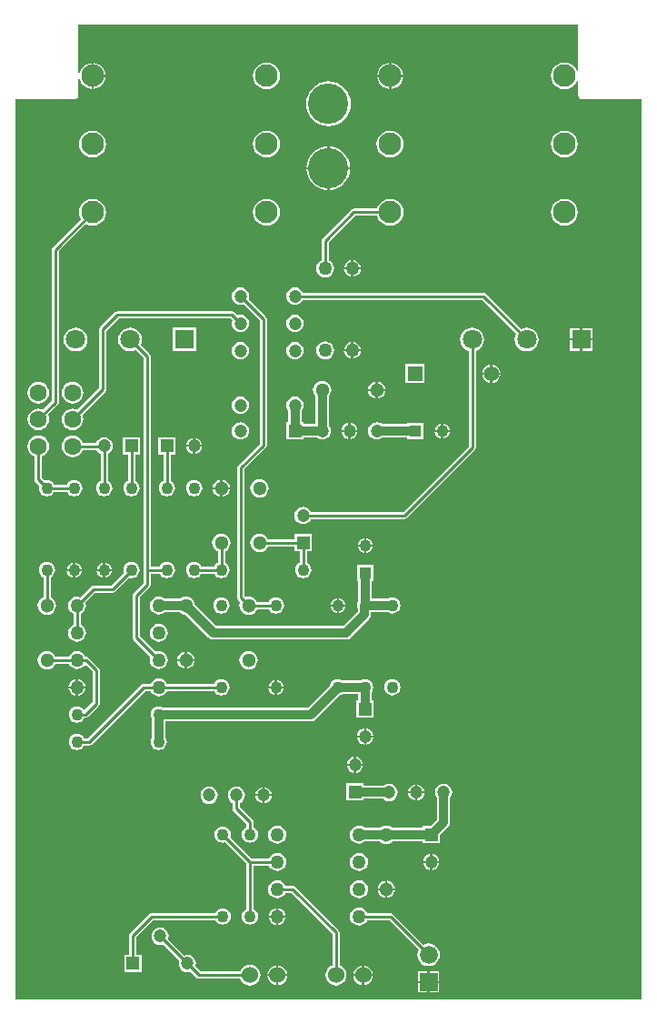
<source format=gbl>
G04*
G04 #@! TF.GenerationSoftware,Altium Limited,Altium Designer,19.0.12 (326)*
G04*
G04 Layer_Physical_Order=2*
G04 Layer_Color=16711680*
%FSLAX25Y25*%
%MOIN*%
G70*
G01*
G75*
%ADD11C,0.01000*%
%ADD37C,0.03200*%
%ADD38C,0.04724*%
%ADD39R,0.04724X0.04724*%
%ADD40R,0.04724X0.04724*%
%ADD41C,0.04331*%
%ADD42C,0.05118*%
%ADD43C,0.05000*%
%ADD44C,0.06299*%
%ADD45C,0.05512*%
%ADD46R,0.05512X0.05512*%
%ADD47R,0.07087X0.07087*%
%ADD48C,0.07087*%
%ADD49C,0.14765*%
%ADD50C,0.06600*%
%ADD51R,0.06600X0.06600*%
%ADD52C,0.06000*%
%ADD53C,0.08268*%
%ADD54C,0.04725*%
%ADD55R,0.04331X0.04331*%
%ADD56R,0.04331X0.04331*%
%ADD57C,0.03000*%
G36*
X207936Y341923D02*
X207436Y341823D01*
X207119Y342588D01*
X206328Y343619D01*
X205297Y344410D01*
X204097Y344907D01*
X202809Y345077D01*
X201521Y344907D01*
X200321Y344410D01*
X199290Y343619D01*
X198499Y342588D01*
X198002Y341388D01*
X197832Y340100D01*
X198002Y338812D01*
X198499Y337612D01*
X199290Y336581D01*
X200321Y335790D01*
X201521Y335293D01*
X202809Y335123D01*
X204097Y335293D01*
X205297Y335790D01*
X206328Y336581D01*
X207119Y337612D01*
X207436Y338377D01*
X207936Y338277D01*
Y333000D01*
X208052Y332415D01*
X208384Y331919D01*
X208880Y331587D01*
X209465Y331471D01*
X230971D01*
Y1529D01*
X1529D01*
Y331471D01*
X23030D01*
X23615Y331587D01*
X24111Y331919D01*
X24443Y332415D01*
X24559Y333000D01*
Y338987D01*
X25059Y339020D01*
X25080Y338864D01*
X25557Y337713D01*
X26316Y336724D01*
X27305Y335965D01*
X28456Y335488D01*
X29292Y335378D01*
Y340100D01*
Y344822D01*
X28456Y344712D01*
X27305Y344235D01*
X26316Y343476D01*
X25557Y342487D01*
X25080Y341336D01*
X25059Y341180D01*
X24559Y341213D01*
Y358971D01*
X207936D01*
Y341923D01*
D02*
G37*
%LPC*%
G36*
X139311Y344822D02*
Y340500D01*
X143633D01*
X143523Y341336D01*
X143046Y342487D01*
X142287Y343476D01*
X141298Y344235D01*
X140147Y344712D01*
X139311Y344822D01*
D02*
G37*
G36*
X30092D02*
Y340500D01*
X34414D01*
X34304Y341336D01*
X33827Y342487D01*
X33068Y343476D01*
X32079Y344235D01*
X30928Y344712D01*
X30092Y344822D01*
D02*
G37*
G36*
X138511D02*
X137675Y344712D01*
X136524Y344235D01*
X135535Y343476D01*
X134776Y342487D01*
X134299Y341336D01*
X134189Y340500D01*
X138511D01*
Y344822D01*
D02*
G37*
G36*
X143633Y339700D02*
X139311D01*
Y335378D01*
X140147Y335488D01*
X141298Y335965D01*
X142287Y336724D01*
X143046Y337713D01*
X143523Y338864D01*
X143633Y339700D01*
D02*
G37*
G36*
X34414D02*
X30092D01*
Y335378D01*
X30928Y335488D01*
X32079Y335965D01*
X33068Y336724D01*
X33827Y337713D01*
X34304Y338864D01*
X34414Y339700D01*
D02*
G37*
G36*
X138511D02*
X134189D01*
X134299Y338864D01*
X134776Y337713D01*
X135535Y336724D01*
X136524Y335965D01*
X137675Y335488D01*
X138511Y335378D01*
Y339700D01*
D02*
G37*
G36*
X93590Y345077D02*
X92302Y344907D01*
X91102Y344410D01*
X90071Y343619D01*
X89280Y342588D01*
X88783Y341388D01*
X88613Y340100D01*
X88783Y338812D01*
X89280Y337612D01*
X90071Y336581D01*
X91102Y335790D01*
X92302Y335293D01*
X93590Y335123D01*
X94878Y335293D01*
X96078Y335790D01*
X97109Y336581D01*
X97900Y337612D01*
X98397Y338812D01*
X98567Y340100D01*
X98397Y341388D01*
X97900Y342588D01*
X97109Y343619D01*
X96078Y344410D01*
X94878Y344907D01*
X93590Y345077D01*
D02*
G37*
G36*
X116250Y338122D02*
X114646Y337964D01*
X113104Y337496D01*
X111682Y336736D01*
X110436Y335714D01*
X109414Y334468D01*
X108654Y333046D01*
X108186Y331504D01*
X108028Y329900D01*
X108186Y328296D01*
X108654Y326754D01*
X109414Y325332D01*
X110436Y324086D01*
X111682Y323064D01*
X113104Y322304D01*
X114646Y321836D01*
X116250Y321678D01*
X117854Y321836D01*
X119396Y322304D01*
X120818Y323064D01*
X122064Y324086D01*
X123086Y325332D01*
X123846Y326754D01*
X124314Y328296D01*
X124472Y329900D01*
X124314Y331504D01*
X123846Y333046D01*
X123086Y334468D01*
X122064Y335714D01*
X120818Y336736D01*
X119396Y337496D01*
X117854Y337964D01*
X116250Y338122D01*
D02*
G37*
G36*
X202809Y320077D02*
X201521Y319907D01*
X200321Y319410D01*
X199290Y318619D01*
X198499Y317588D01*
X198002Y316388D01*
X197832Y315100D01*
X198002Y313812D01*
X198499Y312612D01*
X199290Y311581D01*
X200321Y310790D01*
X201521Y310293D01*
X202809Y310123D01*
X204097Y310293D01*
X205297Y310790D01*
X206328Y311581D01*
X207119Y312612D01*
X207616Y313812D01*
X207786Y315100D01*
X207616Y316388D01*
X207119Y317588D01*
X206328Y318619D01*
X205297Y319410D01*
X204097Y319907D01*
X202809Y320077D01*
D02*
G37*
G36*
X138911D02*
X137623Y319907D01*
X136423Y319410D01*
X135392Y318619D01*
X134601Y317588D01*
X134104Y316388D01*
X133934Y315100D01*
X134104Y313812D01*
X134601Y312612D01*
X135392Y311581D01*
X136423Y310790D01*
X137623Y310293D01*
X138911Y310123D01*
X140199Y310293D01*
X141399Y310790D01*
X142430Y311581D01*
X143221Y312612D01*
X143718Y313812D01*
X143888Y315100D01*
X143718Y316388D01*
X143221Y317588D01*
X142430Y318619D01*
X141399Y319410D01*
X140199Y319907D01*
X138911Y320077D01*
D02*
G37*
G36*
X93590D02*
X92302Y319907D01*
X91102Y319410D01*
X90071Y318619D01*
X89280Y317588D01*
X88783Y316388D01*
X88613Y315100D01*
X88783Y313812D01*
X89280Y312612D01*
X90071Y311581D01*
X91102Y310790D01*
X92302Y310293D01*
X93590Y310123D01*
X94878Y310293D01*
X96078Y310790D01*
X97109Y311581D01*
X97900Y312612D01*
X98397Y313812D01*
X98567Y315100D01*
X98397Y316388D01*
X97900Y317588D01*
X97109Y318619D01*
X96078Y319410D01*
X94878Y319907D01*
X93590Y320077D01*
D02*
G37*
G36*
X29692D02*
X28404Y319907D01*
X27204Y319410D01*
X26173Y318619D01*
X25382Y317588D01*
X24885Y316388D01*
X24715Y315100D01*
X24885Y313812D01*
X25382Y312612D01*
X26173Y311581D01*
X27204Y310790D01*
X28404Y310293D01*
X29692Y310123D01*
X30980Y310293D01*
X32180Y310790D01*
X33211Y311581D01*
X34002Y312612D01*
X34499Y313812D01*
X34669Y315100D01*
X34499Y316388D01*
X34002Y317588D01*
X33211Y318619D01*
X32180Y319410D01*
X30980Y319907D01*
X29692Y320077D01*
D02*
G37*
G36*
X116650Y314260D02*
Y306678D01*
X124232D01*
X124117Y307843D01*
X123660Y309347D01*
X122919Y310734D01*
X121922Y311950D01*
X120706Y312947D01*
X119319Y313688D01*
X117815Y314145D01*
X116650Y314260D01*
D02*
G37*
G36*
X115850D02*
X114685Y314145D01*
X113180Y313688D01*
X111794Y312947D01*
X110578Y311950D01*
X109581Y310734D01*
X108840Y309347D01*
X108383Y307843D01*
X108268Y306678D01*
X115850D01*
Y314260D01*
D02*
G37*
G36*
X124232Y305878D02*
X116650D01*
Y298296D01*
X117815Y298411D01*
X119319Y298868D01*
X120706Y299609D01*
X121922Y300606D01*
X122919Y301822D01*
X123660Y303209D01*
X124117Y304713D01*
X124232Y305878D01*
D02*
G37*
G36*
X115850D02*
X108268D01*
X108383Y304713D01*
X108840Y303209D01*
X109581Y301822D01*
X110578Y300606D01*
X111794Y299609D01*
X113180Y298868D01*
X114685Y298411D01*
X115850Y298296D01*
Y305878D01*
D02*
G37*
G36*
X202809Y295077D02*
X201521Y294907D01*
X200321Y294410D01*
X199290Y293619D01*
X198499Y292588D01*
X198002Y291388D01*
X197832Y290100D01*
X198002Y288812D01*
X198499Y287612D01*
X199290Y286581D01*
X200321Y285790D01*
X201521Y285293D01*
X202809Y285123D01*
X204097Y285293D01*
X205297Y285790D01*
X206328Y286581D01*
X207119Y287612D01*
X207616Y288812D01*
X207786Y290100D01*
X207616Y291388D01*
X207119Y292588D01*
X206328Y293619D01*
X205297Y294410D01*
X204097Y294907D01*
X202809Y295077D01*
D02*
G37*
G36*
X138911D02*
X137623Y294907D01*
X136423Y294410D01*
X135392Y293619D01*
X134601Y292588D01*
X134119Y291425D01*
X125500D01*
X124993Y291325D01*
X124563Y291037D01*
X114063Y280537D01*
X113775Y280107D01*
X113674Y279600D01*
Y272523D01*
X113336Y272382D01*
X112646Y271854D01*
X112118Y271164D01*
X111785Y270361D01*
X111671Y269500D01*
X111785Y268638D01*
X112118Y267836D01*
X112646Y267146D01*
X113336Y266617D01*
X114138Y266285D01*
X115000Y266172D01*
X115861Y266285D01*
X116664Y266617D01*
X117354Y267146D01*
X117883Y267836D01*
X118215Y268638D01*
X118328Y269500D01*
X118215Y270361D01*
X117883Y271164D01*
X117354Y271854D01*
X116664Y272382D01*
X116325Y272523D01*
Y279051D01*
X126049Y288774D01*
X134119D01*
X134601Y287612D01*
X135392Y286581D01*
X136423Y285790D01*
X137623Y285293D01*
X138911Y285123D01*
X140199Y285293D01*
X141399Y285790D01*
X142430Y286581D01*
X143221Y287612D01*
X143718Y288812D01*
X143888Y290100D01*
X143718Y291388D01*
X143221Y292588D01*
X142430Y293619D01*
X141399Y294410D01*
X140199Y294907D01*
X138911Y295077D01*
D02*
G37*
G36*
X93590D02*
X92302Y294907D01*
X91102Y294410D01*
X90071Y293619D01*
X89280Y292588D01*
X88783Y291388D01*
X88613Y290100D01*
X88783Y288812D01*
X89280Y287612D01*
X90071Y286581D01*
X91102Y285790D01*
X92302Y285293D01*
X93590Y285123D01*
X94878Y285293D01*
X96078Y285790D01*
X97109Y286581D01*
X97900Y287612D01*
X98397Y288812D01*
X98567Y290100D01*
X98397Y291388D01*
X97900Y292588D01*
X97109Y293619D01*
X96078Y294410D01*
X94878Y294907D01*
X93590Y295077D01*
D02*
G37*
G36*
X29692D02*
X28404Y294907D01*
X27204Y294410D01*
X26173Y293619D01*
X25382Y292588D01*
X24885Y291388D01*
X24715Y290100D01*
X24885Y288812D01*
X25367Y287649D01*
X15063Y277345D01*
X14775Y276915D01*
X14674Y276408D01*
Y220955D01*
X11508Y217788D01*
X10842Y218064D01*
X9811Y218200D01*
X8780Y218064D01*
X7819Y217666D01*
X6994Y217033D01*
X6361Y216208D01*
X5963Y215248D01*
X5827Y214216D01*
X5963Y213186D01*
X6361Y212225D01*
X6994Y211400D01*
X7819Y210767D01*
X8780Y210369D01*
X9811Y210233D01*
X10842Y210369D01*
X11803Y210767D01*
X12628Y211400D01*
X13261Y212225D01*
X13659Y213186D01*
X13795Y214216D01*
X13659Y215248D01*
X13383Y215914D01*
X16937Y219468D01*
X17225Y219898D01*
X17325Y220406D01*
Y275859D01*
X27241Y285775D01*
X28404Y285293D01*
X29692Y285123D01*
X30980Y285293D01*
X32180Y285790D01*
X33211Y286581D01*
X34002Y287612D01*
X34499Y288812D01*
X34669Y290100D01*
X34499Y291388D01*
X34002Y292588D01*
X33211Y293619D01*
X32180Y294410D01*
X30980Y294907D01*
X29692Y295077D01*
D02*
G37*
G36*
X125400Y272574D02*
Y269900D01*
X128074D01*
X128020Y270309D01*
X127708Y271063D01*
X127211Y271711D01*
X126563Y272208D01*
X125809Y272520D01*
X125400Y272574D01*
D02*
G37*
G36*
X124600D02*
X124191Y272520D01*
X123437Y272208D01*
X122789Y271711D01*
X122292Y271063D01*
X121980Y270309D01*
X121926Y269900D01*
X124600D01*
Y272574D01*
D02*
G37*
G36*
X128074Y269100D02*
X125400D01*
Y266426D01*
X125809Y266480D01*
X126563Y266792D01*
X127211Y267289D01*
X127708Y267937D01*
X128020Y268691D01*
X128074Y269100D01*
D02*
G37*
G36*
X124600D02*
X121926D01*
X121980Y268691D01*
X122292Y267937D01*
X122789Y267289D01*
X123437Y266792D01*
X124191Y266480D01*
X124600Y266426D01*
Y269100D01*
D02*
G37*
G36*
X104000Y252556D02*
X103174Y252447D01*
X102405Y252129D01*
X101744Y251622D01*
X101238Y250961D01*
X100919Y250192D01*
X100810Y249366D01*
X100919Y248540D01*
X101238Y247771D01*
X101744Y247111D01*
X102405Y246604D01*
X103174Y246285D01*
X104000Y246176D01*
X104826Y246285D01*
X105595Y246604D01*
X106255Y247111D01*
X106762Y247771D01*
X107081Y248540D01*
X107190Y249366D01*
X107081Y250192D01*
X106762Y250961D01*
X106255Y251622D01*
X105595Y252129D01*
X104826Y252447D01*
X104000Y252556D01*
D02*
G37*
G36*
X80866Y253825D02*
X38878D01*
X38371Y253725D01*
X37941Y253437D01*
X32563Y248059D01*
X32275Y247629D01*
X32175Y247122D01*
Y225856D01*
X24107Y217788D01*
X23440Y218064D01*
X22410Y218200D01*
X21378Y218064D01*
X20418Y217666D01*
X19593Y217033D01*
X18960Y216208D01*
X18562Y215248D01*
X18426Y214216D01*
X18562Y213186D01*
X18960Y212225D01*
X19593Y211400D01*
X20418Y210767D01*
X21378Y210369D01*
X22410Y210233D01*
X23440Y210369D01*
X24401Y210767D01*
X25226Y211400D01*
X25859Y212225D01*
X26257Y213186D01*
X26393Y214216D01*
X26257Y215248D01*
X25981Y215914D01*
X34437Y224370D01*
X34725Y224800D01*
X34826Y225307D01*
Y246573D01*
X39427Y251174D01*
X80317D01*
X81030Y250461D01*
X80919Y250192D01*
X80810Y249366D01*
X80919Y248540D01*
X81238Y247771D01*
X81744Y247111D01*
X82405Y246604D01*
X83174Y246285D01*
X84000Y246176D01*
X84826Y246285D01*
X85595Y246604D01*
X86256Y247111D01*
X86762Y247771D01*
X87081Y248540D01*
X87190Y249366D01*
X87081Y250192D01*
X86762Y250961D01*
X86256Y251622D01*
X85595Y252129D01*
X84826Y252447D01*
X84000Y252556D01*
X83174Y252447D01*
X82905Y252336D01*
X81803Y253437D01*
X81373Y253725D01*
X80866Y253825D01*
D02*
G37*
G36*
X213143Y247643D02*
X209400D01*
Y243900D01*
X213143D01*
Y247643D01*
D02*
G37*
G36*
X208600D02*
X204856D01*
Y243900D01*
X208600D01*
Y247643D01*
D02*
G37*
G36*
X125400Y242574D02*
Y239900D01*
X128074D01*
X128020Y240309D01*
X127708Y241063D01*
X127211Y241711D01*
X126563Y242208D01*
X125809Y242520D01*
X125400Y242574D01*
D02*
G37*
G36*
X124600D02*
X124191Y242520D01*
X123437Y242208D01*
X122789Y241711D01*
X122292Y241063D01*
X121980Y240309D01*
X121926Y239900D01*
X124600D01*
Y242574D01*
D02*
G37*
G36*
X213143Y243100D02*
X209400D01*
Y239356D01*
X213143D01*
Y243100D01*
D02*
G37*
G36*
X208600D02*
X204856D01*
Y239356D01*
X208600D01*
Y243100D01*
D02*
G37*
G36*
X67844Y247844D02*
X59157D01*
Y239157D01*
X67844D01*
Y247844D01*
D02*
G37*
G36*
X104000Y262556D02*
X103174Y262447D01*
X102405Y262129D01*
X101744Y261622D01*
X101238Y260961D01*
X100919Y260192D01*
X100810Y259366D01*
X100919Y258541D01*
X101238Y257771D01*
X101744Y257111D01*
X102405Y256604D01*
X103174Y256285D01*
X104000Y256176D01*
X104826Y256285D01*
X105595Y256604D01*
X106255Y257111D01*
X106762Y257771D01*
X106874Y258041D01*
X172585D01*
X185127Y245499D01*
X184768Y244634D01*
X184619Y243500D01*
X184768Y242366D01*
X185206Y241309D01*
X185902Y240402D01*
X186810Y239706D01*
X187866Y239268D01*
X189000Y239119D01*
X190134Y239268D01*
X191191Y239706D01*
X192098Y240402D01*
X192794Y241309D01*
X193232Y242366D01*
X193381Y243500D01*
X193232Y244634D01*
X192794Y245690D01*
X192098Y246598D01*
X191191Y247294D01*
X190134Y247732D01*
X189000Y247881D01*
X187866Y247732D01*
X187001Y247373D01*
X174071Y260303D01*
X173641Y260591D01*
X173134Y260692D01*
X106874D01*
X106762Y260961D01*
X106255Y261622D01*
X105595Y262129D01*
X104826Y262447D01*
X104000Y262556D01*
D02*
G37*
G36*
X23500Y247881D02*
X22366Y247732D01*
X21309Y247294D01*
X20402Y246598D01*
X19706Y245690D01*
X19268Y244634D01*
X19119Y243500D01*
X19268Y242366D01*
X19706Y241309D01*
X20402Y240402D01*
X21309Y239706D01*
X22366Y239268D01*
X23500Y239119D01*
X24634Y239268D01*
X25690Y239706D01*
X26598Y240402D01*
X27294Y241309D01*
X27732Y242366D01*
X27881Y243500D01*
X27732Y244634D01*
X27294Y245690D01*
X26598Y246598D01*
X25690Y247294D01*
X24634Y247732D01*
X23500Y247881D01*
D02*
G37*
G36*
X128074Y239100D02*
X125400D01*
Y236426D01*
X125809Y236480D01*
X126563Y236792D01*
X127211Y237289D01*
X127708Y237937D01*
X128020Y238691D01*
X128074Y239100D01*
D02*
G37*
G36*
X124600D02*
X121926D01*
X121980Y238691D01*
X122292Y237937D01*
X122789Y237289D01*
X123437Y236792D01*
X124191Y236480D01*
X124600Y236426D01*
Y239100D01*
D02*
G37*
G36*
X104000Y242556D02*
X103174Y242447D01*
X102405Y242129D01*
X101744Y241622D01*
X101238Y240961D01*
X100919Y240192D01*
X100810Y239366D01*
X100919Y238541D01*
X101238Y237771D01*
X101744Y237111D01*
X102405Y236604D01*
X103174Y236285D01*
X104000Y236176D01*
X104826Y236285D01*
X105595Y236604D01*
X106255Y237111D01*
X106762Y237771D01*
X107081Y238541D01*
X107190Y239366D01*
X107081Y240192D01*
X106762Y240961D01*
X106255Y241622D01*
X105595Y242129D01*
X104826Y242447D01*
X104000Y242556D01*
D02*
G37*
G36*
X84000D02*
X83174Y242447D01*
X82405Y242129D01*
X81744Y241622D01*
X81238Y240961D01*
X80919Y240192D01*
X80810Y239366D01*
X80919Y238541D01*
X81238Y237771D01*
X81744Y237111D01*
X82405Y236604D01*
X83174Y236285D01*
X84000Y236176D01*
X84826Y236285D01*
X85595Y236604D01*
X86256Y237111D01*
X86762Y237771D01*
X87081Y238541D01*
X87190Y239366D01*
X87081Y240192D01*
X86762Y240961D01*
X86256Y241622D01*
X85595Y242129D01*
X84826Y242447D01*
X84000Y242556D01*
D02*
G37*
G36*
X115000Y242828D02*
X114138Y242715D01*
X113336Y242383D01*
X112646Y241854D01*
X112118Y241164D01*
X111785Y240361D01*
X111671Y239500D01*
X111785Y238638D01*
X112118Y237836D01*
X112646Y237146D01*
X113336Y236617D01*
X114138Y236285D01*
X115000Y236172D01*
X115861Y236285D01*
X116664Y236617D01*
X117354Y237146D01*
X117883Y237836D01*
X118215Y238638D01*
X118328Y239500D01*
X118215Y240361D01*
X117883Y241164D01*
X117354Y241854D01*
X116664Y242383D01*
X115861Y242715D01*
X115000Y242828D01*
D02*
G37*
G36*
X176400Y234332D02*
Y231400D01*
X179332D01*
X179270Y231876D01*
X178931Y232693D01*
X178393Y233394D01*
X177692Y233931D01*
X176876Y234270D01*
X176400Y234332D01*
D02*
G37*
G36*
X175600D02*
X175124Y234270D01*
X174308Y233931D01*
X173607Y233394D01*
X173068Y232693D01*
X172730Y231876D01*
X172668Y231400D01*
X175600D01*
Y234332D01*
D02*
G37*
G36*
X179332Y230600D02*
X176400D01*
Y227668D01*
X176876Y227730D01*
X177692Y228068D01*
X178393Y228607D01*
X178931Y229308D01*
X179270Y230124D01*
X179332Y230600D01*
D02*
G37*
G36*
X175600D02*
X172668D01*
X172730Y230124D01*
X173068Y229308D01*
X173607Y228607D01*
X174308Y228068D01*
X175124Y227730D01*
X175600Y227668D01*
Y230600D01*
D02*
G37*
G36*
X151556Y234556D02*
X144444D01*
Y227444D01*
X151556D01*
Y234556D01*
D02*
G37*
G36*
X134400Y228134D02*
Y225400D01*
X137134D01*
X137078Y225825D01*
X136759Y226593D01*
X136253Y227253D01*
X135593Y227759D01*
X134825Y228078D01*
X134400Y228134D01*
D02*
G37*
G36*
X133600D02*
X133175Y228078D01*
X132407Y227759D01*
X131747Y227253D01*
X131241Y226593D01*
X130922Y225825D01*
X130866Y225400D01*
X133600D01*
Y228134D01*
D02*
G37*
G36*
X137134Y224600D02*
X134400D01*
Y221866D01*
X134825Y221922D01*
X135593Y222241D01*
X136253Y222747D01*
X136759Y223407D01*
X137078Y224175D01*
X137134Y224600D01*
D02*
G37*
G36*
X133600D02*
X130866D01*
X130922Y224175D01*
X131241Y223407D01*
X131747Y222747D01*
X132407Y222241D01*
X133175Y221922D01*
X133600Y221866D01*
Y224600D01*
D02*
G37*
G36*
X22410Y228043D02*
X21378Y227907D01*
X20418Y227509D01*
X19593Y226876D01*
X18960Y226051D01*
X18562Y225090D01*
X18426Y224059D01*
X18562Y223028D01*
X18960Y222067D01*
X19593Y221242D01*
X20418Y220609D01*
X21378Y220211D01*
X22410Y220075D01*
X23440Y220211D01*
X24401Y220609D01*
X25226Y221242D01*
X25859Y222067D01*
X26257Y223028D01*
X26393Y224059D01*
X26257Y225090D01*
X25859Y226051D01*
X25226Y226876D01*
X24401Y227509D01*
X23440Y227907D01*
X22410Y228043D01*
D02*
G37*
G36*
X9811D02*
X8780Y227907D01*
X7819Y227509D01*
X6994Y226876D01*
X6361Y226051D01*
X5963Y225090D01*
X5827Y224059D01*
X5963Y223028D01*
X6361Y222067D01*
X6994Y221242D01*
X7819Y220609D01*
X8780Y220211D01*
X9811Y220075D01*
X10842Y220211D01*
X11803Y220609D01*
X12628Y221242D01*
X13261Y222067D01*
X13659Y223028D01*
X13795Y224059D01*
X13659Y225090D01*
X13261Y226051D01*
X12628Y226876D01*
X11803Y227509D01*
X10842Y227907D01*
X9811Y228043D01*
D02*
G37*
G36*
X84000Y222556D02*
X83174Y222447D01*
X82405Y222129D01*
X81744Y221622D01*
X81238Y220961D01*
X80919Y220192D01*
X80810Y219366D01*
X80919Y218541D01*
X81238Y217771D01*
X81744Y217111D01*
X82405Y216604D01*
X83174Y216285D01*
X84000Y216176D01*
X84826Y216285D01*
X85595Y216604D01*
X86256Y217111D01*
X86762Y217771D01*
X87081Y218541D01*
X87190Y219366D01*
X87081Y220192D01*
X86762Y220961D01*
X86256Y221622D01*
X85595Y222129D01*
X84826Y222447D01*
X84000Y222556D01*
D02*
G37*
G36*
X114000Y228388D02*
X113123Y228273D01*
X112306Y227934D01*
X111604Y227396D01*
X111066Y226694D01*
X110728Y225877D01*
X110612Y225000D01*
X110728Y224123D01*
X111066Y223306D01*
X111553Y222671D01*
Y212447D01*
X107162D01*
Y213162D01*
X106447D01*
Y217360D01*
X106762Y217771D01*
X107081Y218541D01*
X107190Y219366D01*
X107081Y220192D01*
X106762Y220961D01*
X106255Y221622D01*
X105595Y222129D01*
X104826Y222447D01*
X104000Y222556D01*
X103174Y222447D01*
X102405Y222129D01*
X101744Y221622D01*
X101238Y220961D01*
X100919Y220192D01*
X100810Y219366D01*
X100919Y218541D01*
X101238Y217771D01*
X101553Y217360D01*
Y213162D01*
X100838D01*
Y206838D01*
X107162D01*
Y207553D01*
X111995D01*
X112405Y207238D01*
X113174Y206919D01*
X114000Y206811D01*
X114825Y206919D01*
X115595Y207238D01*
X116255Y207745D01*
X116762Y208405D01*
X117081Y209174D01*
X117189Y210000D01*
X117081Y210825D01*
X116762Y211595D01*
X116447Y212005D01*
Y222671D01*
X116934Y223306D01*
X117272Y224123D01*
X117388Y225000D01*
X117272Y225877D01*
X116934Y226694D01*
X116396Y227396D01*
X115694Y227934D01*
X114877Y228273D01*
X114000Y228388D01*
D02*
G37*
G36*
X158400Y212737D02*
Y210400D01*
X160737D01*
X160694Y210722D01*
X160416Y211395D01*
X159972Y211972D01*
X159395Y212416D01*
X158722Y212694D01*
X158400Y212737D01*
D02*
G37*
G36*
X157600D02*
X157278Y212694D01*
X156605Y212416D01*
X156028Y211972D01*
X155584Y211395D01*
X155306Y210722D01*
X155263Y210400D01*
X157600D01*
Y212737D01*
D02*
G37*
G36*
X124400Y212935D02*
Y210400D01*
X126935D01*
X126886Y210773D01*
X126587Y211494D01*
X126112Y212112D01*
X125494Y212587D01*
X124773Y212886D01*
X124400Y212935D01*
D02*
G37*
G36*
X123600D02*
X123227Y212886D01*
X122506Y212587D01*
X121888Y212112D01*
X121413Y211494D01*
X121114Y210773D01*
X121065Y210400D01*
X123600D01*
Y212935D01*
D02*
G37*
G36*
X160737Y209600D02*
X158400D01*
Y207263D01*
X158722Y207306D01*
X159395Y207584D01*
X159972Y208028D01*
X160416Y208605D01*
X160694Y209278D01*
X160737Y209600D01*
D02*
G37*
G36*
X157600D02*
X155263D01*
X155306Y209278D01*
X155584Y208605D01*
X156028Y208028D01*
X156605Y207584D01*
X157278Y207306D01*
X157600Y207263D01*
Y209600D01*
D02*
G37*
G36*
X126935D02*
X124400D01*
Y207065D01*
X124773Y207114D01*
X125494Y207413D01*
X126112Y207888D01*
X126587Y208506D01*
X126886Y209227D01*
X126935Y209600D01*
D02*
G37*
G36*
X123600D02*
X121065D01*
X121114Y209227D01*
X121413Y208506D01*
X121888Y207888D01*
X122506Y207413D01*
X123227Y207114D01*
X123600Y207065D01*
Y209600D01*
D02*
G37*
G36*
X134000Y213189D02*
X133175Y213081D01*
X132405Y212762D01*
X131745Y212255D01*
X131238Y211595D01*
X130919Y210825D01*
X130811Y210000D01*
X130919Y209174D01*
X131238Y208405D01*
X131745Y207745D01*
X132405Y207238D01*
X133175Y206919D01*
X134000Y206811D01*
X134826Y206919D01*
X135595Y207238D01*
X136005Y207553D01*
X145035D01*
Y207034D01*
X150965D01*
Y212965D01*
X145035D01*
Y212447D01*
X136005D01*
X135595Y212762D01*
X134826Y213081D01*
X134000Y213189D01*
D02*
G37*
G36*
X84000D02*
X83175Y213081D01*
X82405Y212762D01*
X81745Y212255D01*
X81238Y211595D01*
X80919Y210825D01*
X80811Y210000D01*
X80919Y209174D01*
X81238Y208405D01*
X81745Y207745D01*
X82405Y207238D01*
X83175Y206919D01*
X84000Y206811D01*
X84825Y206919D01*
X85595Y207238D01*
X86255Y207745D01*
X86762Y208405D01*
X87081Y209174D01*
X87189Y210000D01*
X87081Y210825D01*
X86762Y211595D01*
X86255Y212255D01*
X85595Y212762D01*
X84825Y213081D01*
X84000Y213189D01*
D02*
G37*
G36*
X67400Y207435D02*
Y204900D01*
X69935D01*
X69886Y205273D01*
X69587Y205994D01*
X69112Y206612D01*
X68494Y207087D01*
X67773Y207386D01*
X67400Y207435D01*
D02*
G37*
G36*
X66600D02*
X66227Y207386D01*
X65506Y207087D01*
X64887Y206612D01*
X64413Y205994D01*
X64114Y205273D01*
X64065Y204900D01*
X66600D01*
Y207435D01*
D02*
G37*
G36*
X69935Y204100D02*
X67400D01*
Y201565D01*
X67773Y201614D01*
X68494Y201913D01*
X69112Y202387D01*
X69587Y203006D01*
X69886Y203727D01*
X69935Y204100D01*
D02*
G37*
G36*
X66600D02*
X64065D01*
X64114Y203727D01*
X64413Y203006D01*
X64887Y202387D01*
X65506Y201913D01*
X66227Y201614D01*
X66600Y201565D01*
Y204100D01*
D02*
G37*
G36*
X77400Y192134D02*
Y189400D01*
X80134D01*
X80078Y189825D01*
X79759Y190593D01*
X79253Y191253D01*
X78593Y191759D01*
X77825Y192078D01*
X77400Y192134D01*
D02*
G37*
G36*
X76600D02*
X76175Y192078D01*
X75407Y191759D01*
X74747Y191253D01*
X74241Y190593D01*
X73922Y189825D01*
X73866Y189400D01*
X76600D01*
Y192134D01*
D02*
G37*
G36*
X66982Y191991D02*
X66208Y191889D01*
X65487Y191590D01*
X64867Y191115D01*
X64392Y190496D01*
X64093Y189774D01*
X63991Y189000D01*
X64093Y188226D01*
X64392Y187504D01*
X64867Y186885D01*
X65487Y186410D01*
X66208Y186111D01*
X66982Y186009D01*
X67756Y186111D01*
X68478Y186410D01*
X69097Y186885D01*
X69573Y187504D01*
X69871Y188226D01*
X69973Y189000D01*
X69871Y189774D01*
X69573Y190496D01*
X69097Y191115D01*
X68478Y191590D01*
X67756Y191889D01*
X66982Y191991D01*
D02*
G37*
G36*
X60162Y207662D02*
X53838D01*
Y201338D01*
X55674D01*
Y191661D01*
X55505Y191590D01*
X54885Y191115D01*
X54410Y190496D01*
X54111Y189774D01*
X54009Y189000D01*
X54111Y188226D01*
X54410Y187504D01*
X54885Y186885D01*
X55505Y186410D01*
X56226Y186111D01*
X57000Y186009D01*
X57774Y186111D01*
X58495Y186410D01*
X59115Y186885D01*
X59590Y187504D01*
X59889Y188226D01*
X59991Y189000D01*
X59889Y189774D01*
X59590Y190496D01*
X59115Y191115D01*
X58495Y191590D01*
X58325Y191661D01*
Y201338D01*
X60162D01*
Y207662D01*
D02*
G37*
G36*
X47162D02*
X40838D01*
Y201338D01*
X42674D01*
Y191661D01*
X42505Y191590D01*
X41885Y191115D01*
X41410Y190496D01*
X41111Y189774D01*
X41009Y189000D01*
X41111Y188226D01*
X41410Y187504D01*
X41885Y186885D01*
X42505Y186410D01*
X43226Y186111D01*
X44000Y186009D01*
X44774Y186111D01*
X45496Y186410D01*
X46115Y186885D01*
X46590Y187504D01*
X46889Y188226D01*
X46991Y189000D01*
X46889Y189774D01*
X46590Y190496D01*
X46115Y191115D01*
X45496Y191590D01*
X45325Y191661D01*
Y201338D01*
X47162D01*
Y207662D01*
D02*
G37*
G36*
X22410Y208358D02*
X21378Y208222D01*
X20418Y207824D01*
X19593Y207191D01*
X18960Y206366D01*
X18562Y205405D01*
X18426Y204374D01*
X18562Y203343D01*
X18960Y202382D01*
X19593Y201557D01*
X20418Y200924D01*
X21378Y200526D01*
X22410Y200390D01*
X23440Y200526D01*
X24401Y200924D01*
X25226Y201557D01*
X25859Y202382D01*
X26135Y203048D01*
X31179D01*
X31238Y202905D01*
X31745Y202245D01*
X32405Y201738D01*
X32675Y201626D01*
Y191661D01*
X32504Y191590D01*
X31885Y191115D01*
X31410Y190496D01*
X31111Y189774D01*
X31009Y189000D01*
X31111Y188226D01*
X31410Y187504D01*
X31885Y186885D01*
X32504Y186410D01*
X33226Y186111D01*
X34000Y186009D01*
X34774Y186111D01*
X35495Y186410D01*
X36115Y186885D01*
X36590Y187504D01*
X36889Y188226D01*
X36991Y189000D01*
X36889Y189774D01*
X36590Y190496D01*
X36115Y191115D01*
X35495Y191590D01*
X35326Y191661D01*
Y201626D01*
X35595Y201738D01*
X36255Y202245D01*
X36762Y202905D01*
X37081Y203675D01*
X37189Y204500D01*
X37081Y205326D01*
X36762Y206095D01*
X36255Y206755D01*
X35595Y207262D01*
X34826Y207581D01*
X34000Y207689D01*
X33174Y207581D01*
X32405Y207262D01*
X31745Y206755D01*
X31238Y206095D01*
X31074Y205699D01*
X26135D01*
X25859Y206366D01*
X25226Y207191D01*
X24401Y207824D01*
X23440Y208222D01*
X22410Y208358D01*
D02*
G37*
G36*
X9811D02*
X8780Y208222D01*
X7819Y207824D01*
X6994Y207191D01*
X6361Y206366D01*
X5963Y205405D01*
X5827Y204374D01*
X5963Y203343D01*
X6361Y202382D01*
X6994Y201557D01*
X7819Y200924D01*
X8486Y200648D01*
Y192189D01*
X8586Y191682D01*
X8874Y191252D01*
X10181Y189944D01*
X10111Y189774D01*
X10009Y189000D01*
X10111Y188226D01*
X10410Y187504D01*
X10885Y186885D01*
X11505Y186410D01*
X12226Y186111D01*
X13000Y186009D01*
X13774Y186111D01*
X14495Y186410D01*
X15115Y186885D01*
X15590Y187504D01*
X15661Y187674D01*
X20339D01*
X20410Y187504D01*
X20885Y186885D01*
X21505Y186410D01*
X22226Y186111D01*
X23000Y186009D01*
X23774Y186111D01*
X24496Y186410D01*
X25115Y186885D01*
X25590Y187504D01*
X25889Y188226D01*
X25991Y189000D01*
X25889Y189774D01*
X25590Y190496D01*
X25115Y191115D01*
X24496Y191590D01*
X23774Y191889D01*
X23000Y191991D01*
X22226Y191889D01*
X21505Y191590D01*
X20885Y191115D01*
X20410Y190496D01*
X20339Y190325D01*
X15661D01*
X15590Y190496D01*
X15115Y191115D01*
X14495Y191590D01*
X13774Y191889D01*
X13000Y191991D01*
X12226Y191889D01*
X12056Y191819D01*
X11136Y192738D01*
Y200648D01*
X11803Y200924D01*
X12628Y201557D01*
X13261Y202382D01*
X13659Y203343D01*
X13795Y204374D01*
X13659Y205405D01*
X13261Y206366D01*
X12628Y207191D01*
X11803Y207824D01*
X10842Y208222D01*
X9811Y208358D01*
D02*
G37*
G36*
X80134Y188600D02*
X77400D01*
Y185866D01*
X77825Y185922D01*
X78593Y186241D01*
X79253Y186747D01*
X79759Y187407D01*
X80078Y188175D01*
X80134Y188600D01*
D02*
G37*
G36*
X76600D02*
X73866D01*
X73922Y188175D01*
X74241Y187407D01*
X74747Y186747D01*
X75407Y186241D01*
X76175Y185922D01*
X76600Y185866D01*
Y188600D01*
D02*
G37*
G36*
X91000Y192388D02*
X90123Y192272D01*
X89306Y191934D01*
X88604Y191396D01*
X88066Y190694D01*
X87727Y189877D01*
X87612Y189000D01*
X87727Y188123D01*
X88066Y187306D01*
X88604Y186604D01*
X89306Y186066D01*
X90123Y185728D01*
X91000Y185612D01*
X91877Y185728D01*
X92694Y186066D01*
X93396Y186604D01*
X93934Y187306D01*
X94273Y188123D01*
X94388Y189000D01*
X94273Y189877D01*
X93934Y190694D01*
X93396Y191396D01*
X92694Y191934D01*
X91877Y192272D01*
X91000Y192388D01*
D02*
G37*
G36*
X169000Y247881D02*
X167866Y247732D01*
X166809Y247294D01*
X165902Y246598D01*
X165206Y245690D01*
X164768Y244634D01*
X164619Y243500D01*
X164768Y242366D01*
X165206Y241309D01*
X165902Y240402D01*
X166809Y239706D01*
X167675Y239348D01*
Y204327D01*
X143673Y180325D01*
X109873D01*
X109762Y180595D01*
X109255Y181255D01*
X108595Y181762D01*
X107826Y182081D01*
X107000Y182189D01*
X106175Y182081D01*
X105405Y181762D01*
X104745Y181255D01*
X104238Y180595D01*
X103919Y179825D01*
X103811Y179000D01*
X103919Y178174D01*
X104238Y177405D01*
X104745Y176745D01*
X105405Y176238D01*
X106175Y175919D01*
X107000Y175811D01*
X107826Y175919D01*
X108595Y176238D01*
X109255Y176745D01*
X109762Y177405D01*
X109873Y177674D01*
X144222D01*
X144729Y177775D01*
X145159Y178063D01*
X169937Y202841D01*
X170225Y203271D01*
X170326Y203778D01*
Y239348D01*
X171191Y239706D01*
X172098Y240402D01*
X172794Y241309D01*
X173232Y242366D01*
X173381Y243500D01*
X173232Y244634D01*
X172794Y245690D01*
X172098Y246598D01*
X171191Y247294D01*
X170134Y247732D01*
X169000Y247881D01*
D02*
G37*
G36*
X130112Y170737D02*
Y168400D01*
X132449D01*
X132406Y168722D01*
X132128Y169395D01*
X131685Y169972D01*
X131107Y170416D01*
X130434Y170694D01*
X130112Y170737D01*
D02*
G37*
G36*
X129312D02*
X128990Y170694D01*
X128317Y170416D01*
X127740Y169972D01*
X127296Y169395D01*
X127018Y168722D01*
X126975Y168400D01*
X129312D01*
Y170737D01*
D02*
G37*
G36*
Y167600D02*
X126975D01*
X127018Y167278D01*
X127296Y166605D01*
X127740Y166028D01*
X128317Y165584D01*
X128990Y165306D01*
X129312Y165263D01*
Y167600D01*
D02*
G37*
G36*
X132449D02*
X130112D01*
Y165263D01*
X130434Y165306D01*
X131107Y165584D01*
X131685Y166028D01*
X132128Y166605D01*
X132406Y167278D01*
X132449Y167600D01*
D02*
G37*
G36*
X77000Y172388D02*
X76123Y172273D01*
X75306Y171934D01*
X74604Y171396D01*
X74066Y170694D01*
X73728Y169877D01*
X73612Y169000D01*
X73728Y168123D01*
X74066Y167306D01*
X74604Y166604D01*
X75306Y166066D01*
X75674Y165913D01*
Y161661D01*
X75504Y161590D01*
X74885Y161115D01*
X74410Y160495D01*
X74339Y160326D01*
X69643D01*
X69573Y160495D01*
X69097Y161115D01*
X68478Y161590D01*
X67756Y161889D01*
X66982Y161991D01*
X66208Y161889D01*
X65487Y161590D01*
X64867Y161115D01*
X64392Y160495D01*
X64093Y159774D01*
X63991Y159000D01*
X64093Y158226D01*
X64392Y157504D01*
X64867Y156885D01*
X65487Y156410D01*
X66208Y156111D01*
X66982Y156009D01*
X67756Y156111D01*
X68478Y156410D01*
X69097Y156885D01*
X69573Y157504D01*
X69643Y157675D01*
X74339D01*
X74410Y157504D01*
X74885Y156885D01*
X75504Y156410D01*
X76226Y156111D01*
X77000Y156009D01*
X77774Y156111D01*
X78496Y156410D01*
X79115Y156885D01*
X79590Y157504D01*
X79889Y158226D01*
X79991Y159000D01*
X79889Y159774D01*
X79590Y160495D01*
X79115Y161115D01*
X78496Y161590D01*
X78325Y161661D01*
Y165913D01*
X78694Y166066D01*
X79396Y166604D01*
X79934Y167306D01*
X80273Y168123D01*
X80388Y169000D01*
X80273Y169877D01*
X79934Y170694D01*
X79396Y171396D01*
X78694Y171934D01*
X77877Y172273D01*
X77000Y172388D01*
D02*
G37*
G36*
X34400Y161737D02*
Y159400D01*
X36737D01*
X36694Y159722D01*
X36416Y160395D01*
X35972Y160972D01*
X35395Y161416D01*
X34722Y161694D01*
X34400Y161737D01*
D02*
G37*
G36*
X23400D02*
Y159400D01*
X25737D01*
X25694Y159722D01*
X25416Y160395D01*
X24972Y160972D01*
X24395Y161416D01*
X23722Y161694D01*
X23400Y161737D01*
D02*
G37*
G36*
X33600D02*
X33278Y161694D01*
X32605Y161416D01*
X32028Y160972D01*
X31584Y160395D01*
X31306Y159722D01*
X31263Y159400D01*
X33600D01*
Y161737D01*
D02*
G37*
G36*
X22600D02*
X22278Y161694D01*
X21605Y161416D01*
X21028Y160972D01*
X20584Y160395D01*
X20306Y159722D01*
X20263Y159400D01*
X22600D01*
Y161737D01*
D02*
G37*
G36*
X25737Y158600D02*
X23400D01*
Y156263D01*
X23722Y156306D01*
X24395Y156584D01*
X24972Y157028D01*
X25416Y157605D01*
X25694Y158278D01*
X25737Y158600D01*
D02*
G37*
G36*
X36737D02*
X34400D01*
Y156263D01*
X34722Y156306D01*
X35395Y156584D01*
X35972Y157028D01*
X36416Y157605D01*
X36694Y158278D01*
X36737Y158600D01*
D02*
G37*
G36*
X33600D02*
X31263D01*
X31306Y158278D01*
X31584Y157605D01*
X32028Y157028D01*
X32605Y156584D01*
X33278Y156306D01*
X33600Y156263D01*
Y158600D01*
D02*
G37*
G36*
X22600D02*
X20263D01*
X20306Y158278D01*
X20584Y157605D01*
X21028Y157028D01*
X21605Y156584D01*
X22278Y156306D01*
X22600Y156263D01*
Y158600D01*
D02*
G37*
G36*
X91000Y172388D02*
X90123Y172273D01*
X89306Y171934D01*
X88604Y171396D01*
X88066Y170694D01*
X87727Y169877D01*
X87612Y169000D01*
X87727Y168123D01*
X88066Y167306D01*
X88604Y166604D01*
X89306Y166066D01*
X90123Y165727D01*
X91000Y165612D01*
X91877Y165727D01*
X92694Y166066D01*
X93396Y166604D01*
X93934Y167306D01*
X94087Y167675D01*
X103838D01*
Y165838D01*
X105675D01*
Y161661D01*
X105505Y161590D01*
X104885Y161115D01*
X104410Y160495D01*
X104111Y159774D01*
X104009Y159000D01*
X104111Y158226D01*
X104410Y157504D01*
X104885Y156885D01*
X105505Y156410D01*
X106226Y156111D01*
X107000Y156009D01*
X107774Y156111D01*
X108495Y156410D01*
X109115Y156885D01*
X109590Y157504D01*
X109889Y158226D01*
X109991Y159000D01*
X109889Y159774D01*
X109590Y160495D01*
X109115Y161115D01*
X108495Y161590D01*
X108326Y161661D01*
Y165838D01*
X110162D01*
Y172162D01*
X103838D01*
Y170326D01*
X94087D01*
X93934Y170694D01*
X93396Y171396D01*
X92694Y171934D01*
X91877Y172273D01*
X91000Y172388D01*
D02*
G37*
G36*
X43500Y247881D02*
X42366Y247732D01*
X41309Y247294D01*
X40402Y246598D01*
X39706Y245690D01*
X39268Y244634D01*
X39119Y243500D01*
X39268Y242366D01*
X39706Y241309D01*
X40402Y240402D01*
X41309Y239706D01*
X42366Y239268D01*
X43500Y239119D01*
X44634Y239268D01*
X45499Y239627D01*
X48349Y236776D01*
Y159000D01*
Y154126D01*
X44716Y150493D01*
X44429Y150063D01*
X44328Y149555D01*
Y134347D01*
X44429Y133840D01*
X44716Y133410D01*
X50925Y127200D01*
X50785Y126862D01*
X50671Y126000D01*
X50785Y125138D01*
X51117Y124336D01*
X51646Y123646D01*
X52336Y123117D01*
X53139Y122785D01*
X54000Y122671D01*
X54861Y122785D01*
X55664Y123117D01*
X56354Y123646D01*
X56883Y124336D01*
X57215Y125138D01*
X57328Y126000D01*
X57215Y126862D01*
X56883Y127664D01*
X56354Y128354D01*
X55664Y128883D01*
X54861Y129215D01*
X54000Y129329D01*
X53139Y129215D01*
X52800Y129075D01*
X46979Y134896D01*
Y149006D01*
X50612Y152639D01*
X50899Y153069D01*
X51000Y153577D01*
Y157675D01*
X54339D01*
X54410Y157504D01*
X54885Y156885D01*
X55505Y156410D01*
X56226Y156111D01*
X57000Y156009D01*
X57774Y156111D01*
X58495Y156410D01*
X59115Y156885D01*
X59590Y157504D01*
X59889Y158226D01*
X59991Y159000D01*
X59889Y159774D01*
X59590Y160495D01*
X59115Y161115D01*
X58495Y161590D01*
X57774Y161889D01*
X57000Y161991D01*
X56226Y161889D01*
X55505Y161590D01*
X54885Y161115D01*
X54410Y160495D01*
X54339Y160326D01*
X51000D01*
Y237326D01*
X50899Y237833D01*
X50612Y238263D01*
X47373Y241501D01*
X47732Y242366D01*
X47881Y243500D01*
X47732Y244634D01*
X47294Y245690D01*
X46598Y246598D01*
X45691Y247294D01*
X44634Y247732D01*
X43500Y247881D01*
D02*
G37*
G36*
X44000Y161991D02*
X43226Y161889D01*
X42505Y161590D01*
X41885Y161115D01*
X41410Y160495D01*
X41111Y159774D01*
X41009Y159000D01*
X41111Y158226D01*
X41181Y158056D01*
X36451Y153325D01*
X30000D01*
X29493Y153225D01*
X29063Y152937D01*
X25200Y149075D01*
X24861Y149215D01*
X24000Y149328D01*
X23138Y149215D01*
X22336Y148882D01*
X21646Y148354D01*
X21117Y147664D01*
X20785Y146862D01*
X20672Y146000D01*
X20785Y145139D01*
X21117Y144336D01*
X21646Y143646D01*
X22336Y143117D01*
X22674Y142977D01*
Y139023D01*
X22336Y138883D01*
X21646Y138354D01*
X21117Y137664D01*
X20785Y136862D01*
X20672Y136000D01*
X20785Y135138D01*
X21117Y134336D01*
X21646Y133646D01*
X22336Y133117D01*
X23138Y132785D01*
X24000Y132671D01*
X24861Y132785D01*
X25664Y133117D01*
X26354Y133646D01*
X26882Y134336D01*
X27215Y135138D01*
X27329Y136000D01*
X27215Y136862D01*
X26882Y137664D01*
X26354Y138354D01*
X25664Y138883D01*
X25326Y139023D01*
Y142977D01*
X25664Y143117D01*
X26354Y143646D01*
X26882Y144336D01*
X27215Y145139D01*
X27329Y146000D01*
X27215Y146862D01*
X27075Y147200D01*
X30549Y150674D01*
X37000D01*
X37507Y150775D01*
X37937Y151063D01*
X43056Y156181D01*
X43226Y156111D01*
X44000Y156009D01*
X44774Y156111D01*
X45496Y156410D01*
X46115Y156885D01*
X46590Y157504D01*
X46889Y158226D01*
X46991Y159000D01*
X46889Y159774D01*
X46590Y160495D01*
X46115Y161115D01*
X45496Y161590D01*
X44774Y161889D01*
X44000Y161991D01*
D02*
G37*
G36*
X120112Y148737D02*
Y146400D01*
X122449D01*
X122406Y146722D01*
X122128Y147395D01*
X121685Y147972D01*
X121107Y148416D01*
X120434Y148694D01*
X120112Y148737D01*
D02*
G37*
G36*
X119312D02*
X118990Y148694D01*
X118317Y148416D01*
X117740Y147972D01*
X117296Y147395D01*
X117018Y146722D01*
X116975Y146400D01*
X119312D01*
Y148737D01*
D02*
G37*
G36*
Y145600D02*
X116975D01*
X117018Y145278D01*
X117296Y144605D01*
X117740Y144028D01*
X118317Y143584D01*
X118990Y143306D01*
X119312Y143263D01*
Y145600D01*
D02*
G37*
G36*
X122449D02*
X120112D01*
Y143263D01*
X120434Y143306D01*
X121107Y143584D01*
X121685Y144028D01*
X122128Y144605D01*
X122406Y145278D01*
X122449Y145600D01*
D02*
G37*
G36*
X84000Y262556D02*
X83174Y262447D01*
X82405Y262129D01*
X81744Y261622D01*
X81238Y260961D01*
X80919Y260192D01*
X80810Y259366D01*
X80919Y258541D01*
X81238Y257771D01*
X81744Y257111D01*
X82405Y256604D01*
X83174Y256285D01*
X84000Y256176D01*
X84826Y256285D01*
X85095Y256397D01*
X90977Y250515D01*
Y205285D01*
X83063Y197371D01*
X82775Y196941D01*
X82674Y196434D01*
Y149000D01*
X82775Y148493D01*
X83063Y148063D01*
X83880Y147245D01*
X83728Y146877D01*
X83612Y146000D01*
X83728Y145123D01*
X84066Y144306D01*
X84604Y143604D01*
X85306Y143066D01*
X86123Y142727D01*
X87000Y142612D01*
X87877Y142727D01*
X88694Y143066D01*
X89396Y143604D01*
X89934Y144306D01*
X90087Y144675D01*
X94339D01*
X94410Y144504D01*
X94885Y143885D01*
X95504Y143410D01*
X96226Y143111D01*
X97000Y143009D01*
X97774Y143111D01*
X98496Y143410D01*
X99115Y143885D01*
X99590Y144504D01*
X99889Y145226D01*
X99991Y146000D01*
X99889Y146774D01*
X99590Y147495D01*
X99115Y148115D01*
X98496Y148590D01*
X97774Y148889D01*
X97000Y148991D01*
X96226Y148889D01*
X95504Y148590D01*
X94885Y148115D01*
X94410Y147495D01*
X94339Y147326D01*
X90087D01*
X89934Y147694D01*
X89396Y148396D01*
X88694Y148934D01*
X87877Y149273D01*
X87000Y149388D01*
X86123Y149273D01*
X85755Y149120D01*
X85325Y149549D01*
Y195885D01*
X93239Y203799D01*
X93527Y204229D01*
X93627Y204736D01*
Y251064D01*
X93527Y251571D01*
X93239Y252001D01*
X86970Y258271D01*
X87081Y258541D01*
X87190Y259366D01*
X87081Y260192D01*
X86762Y260961D01*
X86256Y261622D01*
X85595Y262129D01*
X84826Y262447D01*
X84000Y262556D01*
D02*
G37*
G36*
X77000Y148991D02*
X76226Y148889D01*
X75504Y148590D01*
X74885Y148115D01*
X74410Y147495D01*
X74111Y146774D01*
X74009Y146000D01*
X74111Y145226D01*
X74410Y144504D01*
X74885Y143885D01*
X75504Y143410D01*
X76226Y143111D01*
X77000Y143009D01*
X77774Y143111D01*
X78496Y143410D01*
X79115Y143885D01*
X79590Y144504D01*
X79889Y145226D01*
X79991Y146000D01*
X79889Y146774D01*
X79590Y147495D01*
X79115Y148115D01*
X78496Y148590D01*
X77774Y148889D01*
X77000Y148991D01*
D02*
G37*
G36*
X13000Y161991D02*
X12226Y161889D01*
X11505Y161590D01*
X10885Y161115D01*
X10410Y160495D01*
X10111Y159774D01*
X10009Y159000D01*
X10111Y158226D01*
X10410Y157504D01*
X10885Y156885D01*
X11505Y156410D01*
X11675Y156339D01*
Y149087D01*
X11306Y148934D01*
X10604Y148396D01*
X10066Y147694D01*
X9727Y146877D01*
X9612Y146000D01*
X9727Y145123D01*
X10066Y144306D01*
X10604Y143604D01*
X11306Y143066D01*
X12123Y142727D01*
X13000Y142612D01*
X13877Y142727D01*
X14694Y143066D01*
X15396Y143604D01*
X15934Y144306D01*
X16273Y145123D01*
X16388Y146000D01*
X16273Y146877D01*
X15934Y147694D01*
X15396Y148396D01*
X14694Y148934D01*
X14325Y149087D01*
Y156339D01*
X14495Y156410D01*
X15115Y156885D01*
X15590Y157504D01*
X15889Y158226D01*
X15991Y159000D01*
X15889Y159774D01*
X15590Y160495D01*
X15115Y161115D01*
X14495Y161590D01*
X13774Y161889D01*
X13000Y161991D01*
D02*
G37*
G36*
X132678Y160966D02*
X126747D01*
Y155034D01*
X127265D01*
Y147682D01*
X127122Y147496D01*
X126823Y146774D01*
X126721Y146000D01*
X126823Y145226D01*
X127049Y144681D01*
Y143806D01*
X121690Y138447D01*
X75014D01*
X67377Y146084D01*
X67273Y146877D01*
X66934Y147694D01*
X66396Y148396D01*
X65694Y148934D01*
X64877Y149273D01*
X64000Y149388D01*
X63123Y149273D01*
X62306Y148934D01*
X61671Y148447D01*
X56232D01*
X55664Y148882D01*
X54861Y149215D01*
X54000Y149328D01*
X53139Y149215D01*
X52336Y148882D01*
X51646Y148354D01*
X51117Y147664D01*
X50785Y146862D01*
X50671Y146000D01*
X50785Y145139D01*
X51117Y144336D01*
X51646Y143646D01*
X52336Y143117D01*
X53139Y142785D01*
X54000Y142672D01*
X54861Y142785D01*
X55664Y143117D01*
X56232Y143553D01*
X61671D01*
X62306Y143066D01*
X63123Y142727D01*
X63916Y142623D01*
X72270Y134270D01*
X73064Y133739D01*
X74000Y133553D01*
X122703D01*
X123640Y133739D01*
X124434Y134270D01*
X131226Y141062D01*
X131756Y141856D01*
X131943Y142792D01*
Y143553D01*
X138095D01*
X138217Y143460D01*
X138938Y143161D01*
X139712Y143059D01*
X140486Y143161D01*
X141208Y143460D01*
X141827Y143935D01*
X142302Y144555D01*
X142601Y145276D01*
X142703Y146050D01*
X142601Y146824D01*
X142302Y147546D01*
X141827Y148165D01*
X141208Y148641D01*
X140486Y148939D01*
X139712Y149041D01*
X138938Y148939D01*
X138217Y148641D01*
X137964Y148447D01*
X132159D01*
Y155034D01*
X132678D01*
Y160966D01*
D02*
G37*
G36*
X54000Y139329D02*
X53139Y139215D01*
X52336Y138883D01*
X51646Y138354D01*
X51117Y137664D01*
X50785Y136862D01*
X50671Y136000D01*
X50785Y135138D01*
X51117Y134336D01*
X51646Y133646D01*
X52336Y133117D01*
X53139Y132785D01*
X54000Y132671D01*
X54861Y132785D01*
X55664Y133117D01*
X56354Y133646D01*
X56883Y134336D01*
X57215Y135138D01*
X57328Y136000D01*
X57215Y136862D01*
X56883Y137664D01*
X56354Y138354D01*
X55664Y138883D01*
X54861Y139215D01*
X54000Y139329D01*
D02*
G37*
G36*
X64400Y129134D02*
Y126400D01*
X67134D01*
X67078Y126825D01*
X66759Y127593D01*
X66253Y128253D01*
X65593Y128759D01*
X64825Y129078D01*
X64400Y129134D01*
D02*
G37*
G36*
X63600D02*
X63175Y129078D01*
X62407Y128759D01*
X61747Y128253D01*
X61241Y127593D01*
X60922Y126825D01*
X60866Y126400D01*
X63600D01*
Y129134D01*
D02*
G37*
G36*
X67134Y125600D02*
X64400D01*
Y122866D01*
X64825Y122922D01*
X65593Y123241D01*
X66253Y123747D01*
X66759Y124407D01*
X67078Y125175D01*
X67134Y125600D01*
D02*
G37*
G36*
X63600D02*
X60866D01*
X60922Y125175D01*
X61241Y124407D01*
X61747Y123747D01*
X62407Y123241D01*
X63175Y122922D01*
X63600Y122866D01*
Y125600D01*
D02*
G37*
G36*
X87000Y129388D02*
X86123Y129272D01*
X85306Y128934D01*
X84604Y128396D01*
X84066Y127694D01*
X83728Y126877D01*
X83612Y126000D01*
X83728Y125123D01*
X84066Y124306D01*
X84604Y123604D01*
X85306Y123066D01*
X86123Y122728D01*
X87000Y122612D01*
X87877Y122728D01*
X88694Y123066D01*
X89396Y123604D01*
X89934Y124306D01*
X90272Y125123D01*
X90388Y126000D01*
X90272Y126877D01*
X89934Y127694D01*
X89396Y128396D01*
X88694Y128934D01*
X87877Y129272D01*
X87000Y129388D01*
D02*
G37*
G36*
X129712Y118991D02*
X128938Y118889D01*
X128217Y118590D01*
X128030Y118447D01*
X121394D01*
X121208Y118590D01*
X120486Y118889D01*
X119712Y118991D01*
X118938Y118889D01*
X118217Y118590D01*
X117597Y118115D01*
X117122Y117496D01*
X116823Y116774D01*
X116792Y116541D01*
X108698Y108447D01*
X55682D01*
X55496Y108590D01*
X54774Y108889D01*
X54000Y108991D01*
X53226Y108889D01*
X52504Y108590D01*
X51885Y108115D01*
X51410Y107495D01*
X51111Y106774D01*
X51009Y106000D01*
X51111Y105226D01*
X51410Y104505D01*
X51553Y104318D01*
Y97682D01*
X51410Y97496D01*
X51111Y96774D01*
X51009Y96000D01*
X51111Y95226D01*
X51410Y94504D01*
X51885Y93885D01*
X52504Y93410D01*
X53226Y93111D01*
X54000Y93009D01*
X54774Y93111D01*
X55496Y93410D01*
X56115Y93885D01*
X56590Y94504D01*
X56889Y95226D01*
X56991Y96000D01*
X56889Y96774D01*
X56590Y97496D01*
X56447Y97682D01*
Y103553D01*
X109712D01*
X110649Y103739D01*
X111442Y104270D01*
X120253Y113080D01*
X120486Y113111D01*
X121208Y113410D01*
X121394Y113553D01*
X127265D01*
Y111162D01*
X126570D01*
Y104838D01*
X132894D01*
Y111162D01*
X132159D01*
Y114318D01*
X132302Y114504D01*
X132601Y115226D01*
X132703Y116000D01*
X132601Y116774D01*
X132302Y117496D01*
X131827Y118115D01*
X131208Y118590D01*
X130486Y118889D01*
X129712Y118991D01*
D02*
G37*
G36*
X97400Y118737D02*
Y116400D01*
X99737D01*
X99694Y116722D01*
X99416Y117395D01*
X98972Y117972D01*
X98395Y118416D01*
X97722Y118694D01*
X97400Y118737D01*
D02*
G37*
G36*
X24400Y119074D02*
Y116400D01*
X27074D01*
X27020Y116809D01*
X26708Y117563D01*
X26211Y118211D01*
X25563Y118708D01*
X24809Y119020D01*
X24400Y119074D01*
D02*
G37*
G36*
X23600D02*
X23191Y119020D01*
X22437Y118708D01*
X21789Y118211D01*
X21292Y117563D01*
X20980Y116809D01*
X20926Y116400D01*
X23600D01*
Y119074D01*
D02*
G37*
G36*
X96600Y118737D02*
X96278Y118694D01*
X95605Y118416D01*
X95028Y117972D01*
X94584Y117395D01*
X94306Y116722D01*
X94263Y116400D01*
X96600D01*
Y118737D01*
D02*
G37*
G36*
X99737Y115600D02*
X97400D01*
Y113263D01*
X97722Y113306D01*
X98395Y113584D01*
X98972Y114028D01*
X99416Y114605D01*
X99694Y115278D01*
X99737Y115600D01*
D02*
G37*
G36*
X96600D02*
X94263D01*
X94306Y115278D01*
X94584Y114605D01*
X95028Y114028D01*
X95605Y113584D01*
X96278Y113306D01*
X96600Y113263D01*
Y115600D01*
D02*
G37*
G36*
X139712Y119041D02*
X138938Y118939D01*
X138217Y118640D01*
X137597Y118165D01*
X137122Y117546D01*
X136823Y116824D01*
X136721Y116050D01*
X136823Y115276D01*
X137122Y114555D01*
X137597Y113935D01*
X138217Y113460D01*
X138938Y113161D01*
X139712Y113059D01*
X140486Y113161D01*
X141208Y113460D01*
X141827Y113935D01*
X142302Y114555D01*
X142601Y115276D01*
X142703Y116050D01*
X142601Y116824D01*
X142302Y117546D01*
X141827Y118165D01*
X141208Y118640D01*
X140486Y118939D01*
X139712Y119041D01*
D02*
G37*
G36*
X54000Y119328D02*
X53139Y119215D01*
X52336Y118883D01*
X51646Y118354D01*
X51117Y117664D01*
X50977Y117325D01*
X48428D01*
X47921Y117225D01*
X47491Y116937D01*
X27879Y97325D01*
X26661D01*
X26590Y97496D01*
X26115Y98115D01*
X25495Y98590D01*
X24774Y98889D01*
X24000Y98991D01*
X23226Y98889D01*
X22504Y98590D01*
X21885Y98115D01*
X21410Y97496D01*
X21111Y96774D01*
X21009Y96000D01*
X21111Y95226D01*
X21410Y94504D01*
X21885Y93885D01*
X22504Y93410D01*
X23226Y93111D01*
X24000Y93009D01*
X24774Y93111D01*
X25495Y93410D01*
X26115Y93885D01*
X26590Y94504D01*
X26661Y94674D01*
X28428D01*
X28936Y94775D01*
X29366Y95063D01*
X48977Y114674D01*
X50977D01*
X51117Y114336D01*
X51646Y113646D01*
X52336Y113118D01*
X53139Y112785D01*
X54000Y112671D01*
X54861Y112785D01*
X55664Y113118D01*
X56354Y113646D01*
X56883Y114336D01*
X57023Y114674D01*
X74339D01*
X74410Y114505D01*
X74885Y113885D01*
X75504Y113410D01*
X76226Y113111D01*
X77000Y113009D01*
X77774Y113111D01*
X78496Y113410D01*
X79115Y113885D01*
X79590Y114505D01*
X79889Y115226D01*
X79991Y116000D01*
X79889Y116774D01*
X79590Y117496D01*
X79115Y118115D01*
X78496Y118590D01*
X77774Y118889D01*
X77000Y118991D01*
X76226Y118889D01*
X75504Y118590D01*
X74885Y118115D01*
X74410Y117496D01*
X74339Y117325D01*
X57023D01*
X56883Y117664D01*
X56354Y118354D01*
X55664Y118883D01*
X54861Y119215D01*
X54000Y119328D01*
D02*
G37*
G36*
X27074Y115600D02*
X24400D01*
Y112926D01*
X24809Y112980D01*
X25563Y113292D01*
X26211Y113789D01*
X26708Y114437D01*
X27020Y115191D01*
X27074Y115600D01*
D02*
G37*
G36*
X23600D02*
X20926D01*
X20980Y115191D01*
X21292Y114437D01*
X21789Y113789D01*
X22437Y113292D01*
X23191Y112980D01*
X23600Y112926D01*
Y115600D01*
D02*
G37*
G36*
X13000Y129388D02*
X12123Y129272D01*
X11306Y128934D01*
X10604Y128396D01*
X10066Y127694D01*
X9727Y126877D01*
X9612Y126000D01*
X9727Y125123D01*
X10066Y124306D01*
X10604Y123604D01*
X11306Y123066D01*
X12123Y122728D01*
X13000Y122612D01*
X13877Y122728D01*
X14694Y123066D01*
X15396Y123604D01*
X15934Y124306D01*
X16087Y124674D01*
X20977D01*
X21117Y124336D01*
X21646Y123646D01*
X22336Y123117D01*
X23138Y122785D01*
X24000Y122671D01*
X24861Y122785D01*
X25664Y123117D01*
X26354Y123646D01*
X26678Y124069D01*
X27310Y124144D01*
X29675Y121779D01*
Y110558D01*
X26956Y107840D01*
X26293Y107883D01*
X26115Y108115D01*
X25495Y108590D01*
X24774Y108889D01*
X24000Y108991D01*
X23226Y108889D01*
X22504Y108590D01*
X21885Y108115D01*
X21410Y107495D01*
X21111Y106774D01*
X21009Y106000D01*
X21111Y105226D01*
X21410Y104505D01*
X21885Y103885D01*
X22504Y103410D01*
X23226Y103111D01*
X24000Y103009D01*
X24774Y103111D01*
X25495Y103410D01*
X26115Y103885D01*
X26590Y104505D01*
X26697Y104763D01*
X27080D01*
X27587Y104864D01*
X28017Y105151D01*
X31937Y109072D01*
X32225Y109502D01*
X32326Y110009D01*
Y122328D01*
X32225Y122836D01*
X31937Y123266D01*
X28266Y126937D01*
X27836Y127225D01*
X27329Y127325D01*
X27023D01*
X26882Y127664D01*
X26354Y128354D01*
X25664Y128883D01*
X24861Y129215D01*
X24000Y129329D01*
X23138Y129215D01*
X22336Y128883D01*
X21646Y128354D01*
X21117Y127664D01*
X20977Y127325D01*
X16087D01*
X15934Y127694D01*
X15396Y128396D01*
X14694Y128934D01*
X13877Y129272D01*
X13000Y129388D01*
D02*
G37*
G36*
X130132Y100935D02*
Y98400D01*
X132667D01*
X132618Y98773D01*
X132319Y99494D01*
X131844Y100112D01*
X131226Y100587D01*
X130505Y100886D01*
X130132Y100935D01*
D02*
G37*
G36*
X129332D02*
X128959Y100886D01*
X128238Y100587D01*
X127619Y100112D01*
X127145Y99494D01*
X126846Y98773D01*
X126797Y98400D01*
X129332D01*
Y100935D01*
D02*
G37*
G36*
X132667Y97600D02*
X130132D01*
Y95065D01*
X130505Y95114D01*
X131226Y95413D01*
X131844Y95888D01*
X132319Y96506D01*
X132618Y97227D01*
X132667Y97600D01*
D02*
G37*
G36*
X129332D02*
X126797D01*
X126846Y97227D01*
X127145Y96506D01*
X127619Y95888D01*
X128238Y95413D01*
X128959Y95114D01*
X129332Y95065D01*
Y97600D01*
D02*
G37*
G36*
X126400Y90555D02*
Y88020D01*
X128935D01*
X128886Y88393D01*
X128587Y89114D01*
X128112Y89732D01*
X127494Y90207D01*
X126773Y90506D01*
X126400Y90555D01*
D02*
G37*
G36*
X125600D02*
X125227Y90506D01*
X124506Y90207D01*
X123888Y89732D01*
X123413Y89114D01*
X123114Y88393D01*
X123065Y88020D01*
X125600D01*
Y90555D01*
D02*
G37*
G36*
X128935Y87220D02*
X126400D01*
Y84685D01*
X126773Y84734D01*
X127494Y85033D01*
X128112Y85508D01*
X128587Y86126D01*
X128886Y86847D01*
X128935Y87220D01*
D02*
G37*
G36*
X125600D02*
X123065D01*
X123114Y86847D01*
X123413Y86126D01*
X123888Y85508D01*
X124506Y85033D01*
X125227Y84734D01*
X125600Y84685D01*
Y87220D01*
D02*
G37*
G36*
X148900Y80435D02*
Y77900D01*
X151435D01*
X151386Y78273D01*
X151087Y78994D01*
X150612Y79612D01*
X149994Y80087D01*
X149273Y80386D01*
X148900Y80435D01*
D02*
G37*
G36*
X148100D02*
X147727Y80386D01*
X147006Y80087D01*
X146388Y79612D01*
X145913Y78994D01*
X145614Y78273D01*
X145565Y77900D01*
X148100D01*
Y80435D01*
D02*
G37*
G36*
X92900Y79435D02*
Y76900D01*
X95435D01*
X95386Y77273D01*
X95087Y77994D01*
X94612Y78613D01*
X93994Y79087D01*
X93273Y79386D01*
X92900Y79435D01*
D02*
G37*
G36*
X92100D02*
X91727Y79386D01*
X91006Y79087D01*
X90387Y78613D01*
X89913Y77994D01*
X89614Y77273D01*
X89565Y76900D01*
X92100D01*
Y79435D01*
D02*
G37*
G36*
X151435Y77100D02*
X148900D01*
Y74565D01*
X149273Y74614D01*
X149994Y74913D01*
X150612Y75388D01*
X151087Y76006D01*
X151386Y76727D01*
X151435Y77100D01*
D02*
G37*
G36*
X148100D02*
X145565D01*
X145614Y76727D01*
X145913Y76006D01*
X146388Y75388D01*
X147006Y74913D01*
X147727Y74614D01*
X148100Y74565D01*
Y77100D01*
D02*
G37*
G36*
X129162Y80782D02*
X122838D01*
Y74458D01*
X129162D01*
Y75173D01*
X136338D01*
X136905Y74738D01*
X137674Y74419D01*
X138500Y74311D01*
X139325Y74419D01*
X140095Y74738D01*
X140755Y75245D01*
X141262Y75905D01*
X141581Y76674D01*
X141689Y77500D01*
X141581Y78325D01*
X141262Y79095D01*
X140755Y79755D01*
X140095Y80262D01*
X139325Y80581D01*
X138500Y80689D01*
X137674Y80581D01*
X136905Y80262D01*
X136651Y80067D01*
X129162D01*
Y80782D01*
D02*
G37*
G36*
X95435Y76100D02*
X92900D01*
Y73565D01*
X93273Y73614D01*
X93994Y73913D01*
X94612Y74388D01*
X95087Y75006D01*
X95386Y75727D01*
X95435Y76100D01*
D02*
G37*
G36*
X92100D02*
X89565D01*
X89614Y75727D01*
X89913Y75006D01*
X90387Y74388D01*
X91006Y73913D01*
X91727Y73614D01*
X92100Y73565D01*
Y76100D01*
D02*
G37*
G36*
X72500Y79689D02*
X71675Y79581D01*
X70905Y79262D01*
X70245Y78755D01*
X69738Y78095D01*
X69419Y77325D01*
X69311Y76500D01*
X69419Y75674D01*
X69738Y74905D01*
X70245Y74245D01*
X70905Y73738D01*
X71675Y73419D01*
X72500Y73311D01*
X73326Y73419D01*
X74095Y73738D01*
X74755Y74245D01*
X75262Y74905D01*
X75581Y75674D01*
X75689Y76500D01*
X75581Y77325D01*
X75262Y78095D01*
X74755Y78755D01*
X74095Y79262D01*
X73326Y79581D01*
X72500Y79689D01*
D02*
G37*
G36*
X158500Y80689D02*
X157675Y80581D01*
X156905Y80262D01*
X156245Y79755D01*
X155738Y79095D01*
X155419Y78325D01*
X155311Y77500D01*
X155419Y76674D01*
X155738Y75905D01*
X156053Y75495D01*
Y67514D01*
X153701Y65162D01*
X150838D01*
Y64447D01*
X139829D01*
X139194Y64934D01*
X138377Y65272D01*
X137500Y65388D01*
X136623Y65272D01*
X135806Y64934D01*
X135171Y64447D01*
X129732D01*
X129164Y64883D01*
X128361Y65215D01*
X127500Y65329D01*
X126638Y65215D01*
X125836Y64883D01*
X125146Y64354D01*
X124618Y63664D01*
X124285Y62862D01*
X124171Y62000D01*
X124285Y61138D01*
X124618Y60336D01*
X125146Y59646D01*
X125836Y59117D01*
X126638Y58785D01*
X127500Y58671D01*
X128361Y58785D01*
X129164Y59117D01*
X129732Y59553D01*
X135171D01*
X135806Y59066D01*
X136623Y58728D01*
X137500Y58612D01*
X138377Y58728D01*
X139194Y59066D01*
X139829Y59553D01*
X150838D01*
Y58838D01*
X157162D01*
Y61701D01*
X160230Y64770D01*
X160761Y65564D01*
X160947Y66500D01*
Y75495D01*
X161262Y75905D01*
X161581Y76674D01*
X161689Y77500D01*
X161581Y78325D01*
X161262Y79095D01*
X160755Y79755D01*
X160095Y80262D01*
X159326Y80581D01*
X158500Y80689D01*
D02*
G37*
G36*
X82500Y79689D02*
X81674Y79581D01*
X80905Y79262D01*
X80245Y78755D01*
X79738Y78095D01*
X79419Y77325D01*
X79311Y76500D01*
X79419Y75674D01*
X79738Y74905D01*
X80245Y74245D01*
X80905Y73738D01*
X81174Y73627D01*
Y71500D01*
X81275Y70993D01*
X81563Y70563D01*
X86174Y65951D01*
Y64661D01*
X86005Y64590D01*
X85385Y64115D01*
X84910Y63495D01*
X84611Y62774D01*
X84509Y62000D01*
X84611Y61226D01*
X84910Y60505D01*
X85385Y59885D01*
X86005Y59410D01*
X86726Y59111D01*
X87500Y59009D01*
X88274Y59111D01*
X88995Y59410D01*
X89615Y59885D01*
X90090Y60505D01*
X90389Y61226D01*
X90491Y62000D01*
X90389Y62774D01*
X90090Y63495D01*
X89615Y64115D01*
X88995Y64590D01*
X88826Y64661D01*
Y66500D01*
X88725Y67007D01*
X88437Y67437D01*
X83825Y72049D01*
Y73627D01*
X84095Y73738D01*
X84755Y74245D01*
X85262Y74905D01*
X85581Y75674D01*
X85689Y76500D01*
X85581Y77325D01*
X85262Y78095D01*
X84755Y78755D01*
X84095Y79262D01*
X83325Y79581D01*
X82500Y79689D01*
D02*
G37*
G36*
X97500Y65329D02*
X96639Y65215D01*
X95836Y64883D01*
X95146Y64354D01*
X94617Y63664D01*
X94285Y62862D01*
X94172Y62000D01*
X94285Y61138D01*
X94617Y60336D01*
X95146Y59646D01*
X95836Y59117D01*
X96639Y58785D01*
X97500Y58671D01*
X98361Y58785D01*
X99164Y59117D01*
X99854Y59646D01*
X100383Y60336D01*
X100715Y61138D01*
X100829Y62000D01*
X100715Y62862D01*
X100383Y63664D01*
X99854Y64354D01*
X99164Y64883D01*
X98361Y65215D01*
X97500Y65329D01*
D02*
G37*
G36*
X154400Y54935D02*
Y52400D01*
X156935D01*
X156886Y52773D01*
X156587Y53494D01*
X156113Y54112D01*
X155494Y54587D01*
X154773Y54886D01*
X154400Y54935D01*
D02*
G37*
G36*
X153600D02*
X153227Y54886D01*
X152506Y54587D01*
X151888Y54112D01*
X151413Y53494D01*
X151114Y52773D01*
X151065Y52400D01*
X153600D01*
Y54935D01*
D02*
G37*
G36*
X156935Y51600D02*
X154400D01*
Y49065D01*
X154773Y49114D01*
X155494Y49413D01*
X156113Y49887D01*
X156587Y50506D01*
X156886Y51227D01*
X156935Y51600D01*
D02*
G37*
G36*
X153600D02*
X151065D01*
X151114Y51227D01*
X151413Y50506D01*
X151888Y49887D01*
X152506Y49413D01*
X153227Y49114D01*
X153600Y49065D01*
Y51600D01*
D02*
G37*
G36*
X127500Y55329D02*
X126638Y55215D01*
X125836Y54883D01*
X125146Y54354D01*
X124618Y53664D01*
X124285Y52861D01*
X124171Y52000D01*
X124285Y51139D01*
X124618Y50336D01*
X125146Y49646D01*
X125836Y49117D01*
X126638Y48785D01*
X127500Y48671D01*
X128361Y48785D01*
X129164Y49117D01*
X129854Y49646D01*
X130383Y50336D01*
X130715Y51139D01*
X130828Y52000D01*
X130715Y52861D01*
X130383Y53664D01*
X129854Y54354D01*
X129164Y54883D01*
X128361Y55215D01*
X127500Y55329D01*
D02*
G37*
G36*
X77500Y64991D02*
X76726Y64889D01*
X76004Y64590D01*
X75385Y64115D01*
X74910Y63495D01*
X74611Y62774D01*
X74509Y62000D01*
X74611Y61226D01*
X74910Y60505D01*
X75385Y59885D01*
X76004Y59410D01*
X76726Y59111D01*
X77500Y59009D01*
X78274Y59111D01*
X78444Y59181D01*
X86174Y51451D01*
Y34661D01*
X86005Y34590D01*
X85385Y34115D01*
X84910Y33496D01*
X84611Y32774D01*
X84509Y32000D01*
X84611Y31226D01*
X84910Y30505D01*
X85385Y29885D01*
X86005Y29410D01*
X86726Y29111D01*
X87500Y29009D01*
X88274Y29111D01*
X88995Y29410D01*
X89615Y29885D01*
X90090Y30505D01*
X90389Y31226D01*
X90491Y32000D01*
X90389Y32774D01*
X90090Y33496D01*
X89615Y34115D01*
X88995Y34590D01*
X88826Y34661D01*
Y50674D01*
X94477D01*
X94617Y50336D01*
X95146Y49646D01*
X95836Y49117D01*
X96639Y48785D01*
X97500Y48671D01*
X98361Y48785D01*
X99164Y49117D01*
X99854Y49646D01*
X100383Y50336D01*
X100715Y51139D01*
X100829Y52000D01*
X100715Y52861D01*
X100383Y53664D01*
X99854Y54354D01*
X99164Y54883D01*
X98361Y55215D01*
X97500Y55329D01*
X96639Y55215D01*
X95836Y54883D01*
X95146Y54354D01*
X94617Y53664D01*
X94477Y53325D01*
X88049D01*
X80319Y61056D01*
X80389Y61226D01*
X80491Y62000D01*
X80389Y62774D01*
X80090Y63495D01*
X79615Y64115D01*
X78996Y64590D01*
X78274Y64889D01*
X77500Y64991D01*
D02*
G37*
G36*
X137900Y45134D02*
Y42400D01*
X140634D01*
X140578Y42825D01*
X140259Y43593D01*
X139753Y44253D01*
X139093Y44759D01*
X138325Y45078D01*
X137900Y45134D01*
D02*
G37*
G36*
X137100D02*
X136675Y45078D01*
X135907Y44759D01*
X135247Y44253D01*
X134741Y43593D01*
X134422Y42825D01*
X134366Y42400D01*
X137100D01*
Y45134D01*
D02*
G37*
G36*
X140634Y41600D02*
X137900D01*
Y38866D01*
X138325Y38922D01*
X139093Y39241D01*
X139753Y39747D01*
X140259Y40407D01*
X140578Y41175D01*
X140634Y41600D01*
D02*
G37*
G36*
X137100D02*
X134366D01*
X134422Y41175D01*
X134741Y40407D01*
X135247Y39747D01*
X135907Y39241D01*
X136675Y38922D01*
X137100Y38866D01*
Y41600D01*
D02*
G37*
G36*
X127500Y45329D02*
X126638Y45215D01*
X125836Y44883D01*
X125146Y44354D01*
X124618Y43664D01*
X124285Y42862D01*
X124171Y42000D01*
X124285Y41138D01*
X124618Y40336D01*
X125146Y39646D01*
X125836Y39118D01*
X126638Y38785D01*
X127500Y38671D01*
X128361Y38785D01*
X129164Y39118D01*
X129854Y39646D01*
X130383Y40336D01*
X130715Y41138D01*
X130828Y42000D01*
X130715Y42862D01*
X130383Y43664D01*
X129854Y44354D01*
X129164Y44883D01*
X128361Y45215D01*
X127500Y45329D01*
D02*
G37*
G36*
X97900Y35074D02*
Y32400D01*
X100574D01*
X100520Y32809D01*
X100208Y33563D01*
X99711Y34211D01*
X99063Y34708D01*
X98309Y35020D01*
X97900Y35074D01*
D02*
G37*
G36*
X97100D02*
X96691Y35020D01*
X95937Y34708D01*
X95289Y34211D01*
X94792Y33563D01*
X94480Y32809D01*
X94426Y32400D01*
X97100D01*
Y35074D01*
D02*
G37*
G36*
X77500Y34991D02*
X76726Y34889D01*
X76004Y34590D01*
X75385Y34115D01*
X74910Y33496D01*
X74839Y33325D01*
X51500D01*
X50993Y33225D01*
X50563Y32937D01*
X43563Y25937D01*
X43275Y25507D01*
X43174Y25000D01*
Y17924D01*
X41338D01*
Y11600D01*
X47662D01*
Y17924D01*
X45825D01*
Y24451D01*
X52049Y30674D01*
X74839D01*
X74910Y30505D01*
X75385Y29885D01*
X76004Y29410D01*
X76726Y29111D01*
X77500Y29009D01*
X78274Y29111D01*
X78996Y29410D01*
X79615Y29885D01*
X80090Y30505D01*
X80389Y31226D01*
X80491Y32000D01*
X80389Y32774D01*
X80090Y33496D01*
X79615Y34115D01*
X78996Y34590D01*
X78274Y34889D01*
X77500Y34991D01*
D02*
G37*
G36*
X100574Y31600D02*
X97900D01*
Y28926D01*
X98309Y28980D01*
X99063Y29292D01*
X99711Y29789D01*
X100208Y30437D01*
X100520Y31191D01*
X100574Y31600D01*
D02*
G37*
G36*
X97100D02*
X94426D01*
X94480Y31191D01*
X94792Y30437D01*
X95289Y29789D01*
X95937Y29292D01*
X96691Y28980D01*
X97100Y28926D01*
Y31600D01*
D02*
G37*
G36*
X127500Y35329D02*
X126638Y35215D01*
X125836Y34883D01*
X125146Y34354D01*
X124618Y33664D01*
X124285Y32862D01*
X124171Y32000D01*
X124285Y31139D01*
X124618Y30336D01*
X125146Y29646D01*
X125836Y29118D01*
X126638Y28785D01*
X127500Y28672D01*
X128361Y28785D01*
X129164Y29118D01*
X129854Y29646D01*
X130383Y30336D01*
X130523Y30674D01*
X138451D01*
X149313Y19813D01*
X149005Y19070D01*
X148865Y18000D01*
X149005Y16930D01*
X149419Y15932D01*
X150076Y15076D01*
X150932Y14419D01*
X151930Y14006D01*
X153000Y13865D01*
X154070Y14006D01*
X155068Y14419D01*
X155924Y15076D01*
X156581Y15932D01*
X156994Y16930D01*
X157135Y18000D01*
X156994Y19070D01*
X156581Y20068D01*
X155924Y20924D01*
X155068Y21581D01*
X154070Y21994D01*
X153000Y22135D01*
X151930Y21994D01*
X151188Y21687D01*
X139937Y32937D01*
X139507Y33225D01*
X139000Y33325D01*
X130523D01*
X130383Y33664D01*
X129854Y34354D01*
X129164Y34883D01*
X128361Y35215D01*
X127500Y35329D01*
D02*
G37*
G36*
X129400Y14078D02*
Y10900D01*
X132578D01*
X132507Y11440D01*
X132145Y12315D01*
X131568Y13068D01*
X130815Y13645D01*
X129940Y14007D01*
X129400Y14078D01*
D02*
G37*
G36*
X97900D02*
Y10900D01*
X101078D01*
X101007Y11440D01*
X100645Y12315D01*
X100068Y13068D01*
X99316Y13645D01*
X98440Y14007D01*
X97900Y14078D01*
D02*
G37*
G36*
X128600D02*
X128060Y14007D01*
X127184Y13645D01*
X126432Y13068D01*
X125855Y12315D01*
X125493Y11440D01*
X125422Y10900D01*
X128600D01*
Y14078D01*
D02*
G37*
G36*
X97100D02*
X96560Y14007D01*
X95684Y13645D01*
X94932Y13068D01*
X94355Y12315D01*
X93993Y11440D01*
X93922Y10900D01*
X97100D01*
Y14078D01*
D02*
G37*
G36*
X156900Y11900D02*
X153400D01*
Y8400D01*
X156900D01*
Y11900D01*
D02*
G37*
G36*
X152600D02*
X149100D01*
Y8400D01*
X152600D01*
Y11900D01*
D02*
G37*
G36*
X132578Y10100D02*
X129400D01*
Y6922D01*
X129940Y6993D01*
X130815Y7355D01*
X131568Y7932D01*
X132145Y8685D01*
X132507Y9560D01*
X132578Y10100D01*
D02*
G37*
G36*
X101078D02*
X97900D01*
Y6922D01*
X98440Y6993D01*
X99316Y7355D01*
X100068Y7932D01*
X100645Y8685D01*
X101007Y9560D01*
X101078Y10100D01*
D02*
G37*
G36*
X128600D02*
X125422D01*
X125493Y9560D01*
X125855Y8685D01*
X126432Y7932D01*
X127184Y7355D01*
X128060Y6993D01*
X128600Y6922D01*
Y10100D01*
D02*
G37*
G36*
X97100D02*
X93922D01*
X93993Y9560D01*
X94355Y8685D01*
X94932Y7932D01*
X95684Y7355D01*
X96560Y6993D01*
X97100Y6922D01*
Y10100D01*
D02*
G37*
G36*
X97500Y45329D02*
X96639Y45215D01*
X95836Y44883D01*
X95146Y44354D01*
X94617Y43664D01*
X94285Y42862D01*
X94172Y42000D01*
X94285Y41138D01*
X94617Y40336D01*
X95146Y39646D01*
X95836Y39118D01*
X96639Y38785D01*
X97500Y38671D01*
X98361Y38785D01*
X99164Y39118D01*
X99854Y39646D01*
X100383Y40336D01*
X100523Y40674D01*
X102551D01*
X117675Y25551D01*
Y14064D01*
X117084Y13819D01*
X116290Y13210D01*
X115681Y12416D01*
X115298Y11492D01*
X115167Y10500D01*
X115298Y9508D01*
X115681Y8584D01*
X116290Y7790D01*
X117084Y7181D01*
X118008Y6798D01*
X119000Y6667D01*
X119992Y6798D01*
X120916Y7181D01*
X121710Y7790D01*
X122319Y8584D01*
X122702Y9508D01*
X122833Y10500D01*
X122702Y11492D01*
X122319Y12416D01*
X121710Y13210D01*
X120916Y13819D01*
X120326Y14064D01*
Y26100D01*
X120225Y26607D01*
X119937Y27037D01*
X104037Y42937D01*
X103607Y43225D01*
X103100Y43325D01*
X100523D01*
X100383Y43664D01*
X99854Y44354D01*
X99164Y44883D01*
X98361Y45215D01*
X97500Y45329D01*
D02*
G37*
G36*
X54500Y27951D02*
X53675Y27843D01*
X52905Y27524D01*
X52245Y27017D01*
X51738Y26357D01*
X51419Y25587D01*
X51311Y24762D01*
X51419Y23936D01*
X51738Y23167D01*
X52245Y22507D01*
X52905Y22000D01*
X53675Y21681D01*
X54500Y21573D01*
X55326Y21681D01*
X55595Y21793D01*
X61531Y15857D01*
X61419Y15587D01*
X61311Y14762D01*
X61419Y13937D01*
X61738Y13167D01*
X62245Y12507D01*
X62905Y12000D01*
X63674Y11681D01*
X64500Y11573D01*
X65325Y11681D01*
X65595Y11793D01*
X67825Y9563D01*
X68255Y9275D01*
X68762Y9174D01*
X83936D01*
X84181Y8584D01*
X84790Y7790D01*
X85584Y7181D01*
X86508Y6798D01*
X87500Y6667D01*
X88492Y6798D01*
X89416Y7181D01*
X90210Y7790D01*
X90819Y8584D01*
X91202Y9508D01*
X91333Y10500D01*
X91202Y11492D01*
X90819Y12416D01*
X90210Y13210D01*
X89416Y13819D01*
X88492Y14202D01*
X87500Y14333D01*
X86508Y14202D01*
X85584Y13819D01*
X84790Y13210D01*
X84181Y12416D01*
X83936Y11825D01*
X69311D01*
X67469Y13667D01*
X67581Y13937D01*
X67689Y14762D01*
X67581Y15587D01*
X67262Y16357D01*
X66755Y17017D01*
X66095Y17524D01*
X65325Y17843D01*
X64500Y17951D01*
X63674Y17843D01*
X63405Y17731D01*
X57469Y23667D01*
X57581Y23936D01*
X57689Y24762D01*
X57581Y25587D01*
X57262Y26357D01*
X56755Y27017D01*
X56095Y27524D01*
X55326Y27843D01*
X54500Y27951D01*
D02*
G37*
G36*
X156900Y7600D02*
X153400D01*
Y4100D01*
X156900D01*
Y7600D01*
D02*
G37*
G36*
X152600D02*
X149100D01*
Y4100D01*
X152600D01*
Y7600D01*
D02*
G37*
%LPD*%
D11*
X51500Y32000D02*
X77500D01*
X44500Y25000D02*
X51500Y32000D01*
X44500Y14762D02*
Y25000D01*
X169000Y203778D02*
Y243500D01*
X144222Y179000D02*
X169000Y203778D01*
X107000Y179000D02*
X144222D01*
X68762Y10500D02*
X87500D01*
X64500Y14762D02*
X68762Y10500D01*
X54500Y24762D02*
X64500Y14762D01*
X119000Y10500D02*
Y26100D01*
X103100Y42000D02*
X119000Y26100D01*
X97500Y42000D02*
X103100D01*
X87500Y62000D02*
Y66500D01*
X82500Y71500D02*
X87500Y66500D01*
X82500Y71500D02*
Y76500D01*
X87500Y32000D02*
Y52000D01*
X77500Y62000D02*
X87500Y52000D01*
X97500D01*
X139000Y32000D02*
X153000Y18000D01*
X127500Y32000D02*
X139000D01*
X125500Y290100D02*
X138911D01*
X115000Y279600D02*
X125500Y290100D01*
X115000Y269500D02*
Y279600D01*
X173134Y259366D02*
X189000Y243500D01*
X104000Y259366D02*
X173134D01*
X9811Y192189D02*
X13000Y189000D01*
X9811Y192189D02*
Y204374D01*
X13000Y189000D02*
X23000D01*
X13000Y146000D02*
Y159000D01*
X54000Y116000D02*
X77000D01*
X87000Y146000D02*
X97000D01*
X84000Y149000D02*
X87000Y146000D01*
X91000Y169000D02*
X107000D01*
Y159000D02*
Y169000D01*
X77000Y159000D02*
Y169000D01*
X66982Y159000D02*
X77000D01*
X49674D02*
Y237326D01*
Y153577D02*
Y159000D01*
X45653Y149555D02*
X49674Y153577D01*
X43500Y243500D02*
X49674Y237326D01*
X84000Y196434D02*
X92302Y204736D01*
X84000Y149000D02*
Y196434D01*
X92302Y204736D02*
Y251064D01*
X84000Y259366D02*
X92302Y251064D01*
X48428Y116000D02*
X54000D01*
X28428Y96000D02*
X48428Y116000D01*
X24000Y96000D02*
X28428D01*
X27080Y106089D02*
X31000Y110009D01*
X24089Y106089D02*
X27080D01*
X24000Y106000D02*
X24089Y106089D01*
X31000Y110009D02*
Y122328D01*
X27329Y126000D02*
X31000Y122328D01*
X24000Y126000D02*
X27329D01*
X13000D02*
X24000D01*
X37000Y152000D02*
X44000Y159000D01*
X30000Y152000D02*
X37000D01*
X24000Y146000D02*
X30000Y152000D01*
X24000Y136000D02*
Y146000D01*
X33874Y204374D02*
X34000Y204500D01*
X22410Y204374D02*
X33874D01*
X34000Y189000D02*
Y204500D01*
X44000Y189000D02*
Y204500D01*
X57000Y189000D02*
Y204500D01*
X45653Y134347D02*
Y149555D01*
Y134347D02*
X54000Y126000D01*
X49674Y159000D02*
X57000D01*
X80866Y252500D02*
X84000Y249366D01*
X38878Y252500D02*
X80866D01*
X33500Y247122D02*
X38878Y252500D01*
X33500Y225307D02*
Y247122D01*
X22410Y214216D02*
X33500Y225307D01*
X16000Y276408D02*
X29692Y290100D01*
X16000Y220406D02*
Y276408D01*
X9811Y214216D02*
X16000Y220406D01*
D37*
X137500Y62000D02*
X154000D01*
X158500Y66500D01*
Y77500D01*
X138380Y77620D02*
X138500Y77500D01*
X126000Y77620D02*
X138380D01*
X129712Y108020D02*
X129732Y108000D01*
X129712Y108020D02*
Y116000D01*
X134000Y210000D02*
X148000D01*
X139662Y146000D02*
X139712Y146050D01*
X129712Y146000D02*
X139662D01*
X129712D02*
Y158000D01*
X122703Y136000D02*
X129496Y142792D01*
Y145784D01*
X129712Y146000D01*
X74000Y136000D02*
X122703D01*
X119712Y116000D02*
X129712D01*
X109712Y106000D02*
X119712Y116000D01*
X54000Y106000D02*
X109712D01*
X127500Y62000D02*
X137500D01*
X114000Y210000D02*
Y225000D01*
X104000Y210000D02*
X114000D01*
X104000D02*
Y219366D01*
X64000Y146000D02*
X74000Y136000D01*
X54000Y146000D02*
X64000D01*
X54000Y96000D02*
Y106000D01*
D38*
X154000Y52000D02*
D03*
X126000Y87620D02*
D03*
X64500Y14762D02*
D03*
X54500Y24762D02*
D03*
X107000Y179000D02*
D03*
X67000Y204500D02*
D03*
X34000D02*
D03*
X114000Y210000D02*
D03*
X124000D02*
D03*
X134000D02*
D03*
X92500Y76500D02*
D03*
X82500D02*
D03*
X72500D02*
D03*
X84000Y210000D02*
D03*
X138500Y77500D02*
D03*
X148500D02*
D03*
X158500D02*
D03*
X129732Y98000D02*
D03*
D39*
X154000Y62000D02*
D03*
X126000Y77620D02*
D03*
X107000Y169000D02*
D03*
X129732Y108000D02*
D03*
D40*
X44500Y14762D02*
D03*
X57000Y204500D02*
D03*
X44000D02*
D03*
X104000Y210000D02*
D03*
D41*
X77000Y159000D02*
D03*
X107000D02*
D03*
X97000Y116000D02*
D03*
Y146000D02*
D03*
X77000D02*
D03*
Y116000D02*
D03*
X24000Y106000D02*
D03*
X54000D02*
D03*
X24000Y96000D02*
D03*
X54000D02*
D03*
X66982Y189000D02*
D03*
Y159000D02*
D03*
X57000Y189000D02*
D03*
Y159000D02*
D03*
X44000Y189000D02*
D03*
Y159000D02*
D03*
X34000Y189000D02*
D03*
Y159000D02*
D03*
X23000D02*
D03*
Y189000D02*
D03*
X13000D02*
D03*
Y159000D02*
D03*
X119712Y116000D02*
D03*
Y146000D02*
D03*
X129712Y116000D02*
D03*
Y146000D02*
D03*
X77500Y62000D02*
D03*
Y32000D02*
D03*
X87500D02*
D03*
Y62000D02*
D03*
X158000Y210000D02*
D03*
X129712Y168000D02*
D03*
X139712Y116050D02*
D03*
Y146050D02*
D03*
D42*
X87000Y126000D02*
D03*
Y146000D02*
D03*
X64000Y126000D02*
D03*
Y146000D02*
D03*
X13000Y126000D02*
D03*
Y146000D02*
D03*
X91000Y169000D02*
D03*
Y189000D02*
D03*
X77000D02*
D03*
Y169000D02*
D03*
X114000Y225000D02*
D03*
X134000D02*
D03*
X137500Y42000D02*
D03*
Y62000D02*
D03*
D43*
X54000Y116000D02*
D03*
Y126000D02*
D03*
Y146000D02*
D03*
Y136000D02*
D03*
X24000Y116000D02*
D03*
Y126000D02*
D03*
Y136000D02*
D03*
Y146000D02*
D03*
X115000Y269500D02*
D03*
X125000D02*
D03*
Y239500D02*
D03*
X115000D02*
D03*
X127500Y32000D02*
D03*
Y42000D02*
D03*
Y62000D02*
D03*
Y52000D02*
D03*
X97500Y32000D02*
D03*
Y42000D02*
D03*
Y52000D02*
D03*
Y62000D02*
D03*
D44*
X22410Y214216D02*
D03*
Y224059D02*
D03*
Y204374D02*
D03*
X9811D02*
D03*
Y224059D02*
D03*
Y214216D02*
D03*
D45*
X176000Y231000D02*
D03*
D46*
X148000D02*
D03*
D47*
X209000Y243500D02*
D03*
X63500D02*
D03*
D48*
X189000D02*
D03*
X169000D02*
D03*
X43500D02*
D03*
X23500D02*
D03*
D49*
X116250Y329900D02*
D03*
Y306278D02*
D03*
D50*
X153000Y18000D02*
D03*
D51*
Y8000D02*
D03*
D52*
X119000Y10500D02*
D03*
X129000D02*
D03*
X87500D02*
D03*
X97500D02*
D03*
D53*
X138911Y315100D02*
D03*
X202809D02*
D03*
X138911Y340100D02*
D03*
X202809D02*
D03*
X138911Y290100D02*
D03*
X202809D02*
D03*
X29692Y315100D02*
D03*
X93590D02*
D03*
X29692Y340100D02*
D03*
X93590D02*
D03*
X29692Y290100D02*
D03*
X93590D02*
D03*
D54*
X84000Y219366D02*
D03*
Y239366D02*
D03*
Y249366D02*
D03*
Y259366D02*
D03*
X104000D02*
D03*
Y249366D02*
D03*
Y239366D02*
D03*
Y219366D02*
D03*
D55*
X148000Y210000D02*
D03*
D56*
X129712Y158000D02*
D03*
D57*
X55000Y228600D02*
D03*
X54000Y178800D02*
D03*
Y165306D02*
D03*
X105000Y187407D02*
D03*
X142000Y174500D02*
D03*
X123000D02*
D03*
X111604D02*
D03*
X31410Y129000D02*
D03*
X59000Y131500D02*
D03*
Y140500D02*
D03*
X69000Y153069D02*
D03*
X92100Y150493D02*
D03*
Y141500D02*
D03*
X89306Y178800D02*
D03*
X72000Y163500D02*
D03*
X44634Y165500D02*
D03*
Y178800D02*
D03*
X119500Y264000D02*
D03*
X110000D02*
D03*
X116500Y288000D02*
D03*
X122919Y281000D02*
D03*
X138500Y264000D02*
D03*
X153600Y265000D02*
D03*
X77400Y248059D02*
D03*
X54009Y247881D02*
D03*
X77400Y257000D02*
D03*
X54009D02*
D03*
X88066Y235000D02*
D03*
Y244000D02*
D03*
X108028Y255000D02*
D03*
X114000Y59646D02*
D03*
X120000Y65500D02*
D03*
X115167Y79262D02*
D03*
Y100500D02*
D03*
X115000Y128883D02*
D03*
X103811Y141000D02*
D03*
X115000D02*
D03*
X107000Y100500D02*
D03*
X107162Y111000D02*
D03*
X84910Y111500D02*
D03*
Y100500D02*
D03*
X59889Y111500D02*
D03*
Y100500D02*
D03*
X43174Y104100D02*
D03*
X19000Y140500D02*
D03*
X28404Y156263D02*
D03*
X40500Y145784D02*
D03*
X36000Y116050D02*
D03*
X77000Y197000D02*
D03*
X28404Y209600D02*
D03*
Y197371D02*
D03*
X39000D02*
D03*
X55000Y212000D02*
D03*
X45500D02*
D03*
X37189Y223000D02*
D03*
X44634Y228600D02*
D03*
X70500D02*
D03*
X97500Y244000D02*
D03*
Y235000D02*
D03*
X101500Y225400D02*
D03*
X84000Y203271D02*
D03*
X91102Y197000D02*
D03*
X105500Y203799D02*
D03*
X123000Y184000D02*
D03*
X203400Y54300D02*
D03*
X103800Y4500D02*
D03*
X153600Y203700D02*
D03*
X103800Y79200D02*
D03*
X29100D02*
D03*
X78900Y328200D02*
D03*
X4200Y79200D02*
D03*
X228300Y129000D02*
D03*
X178500Y178800D02*
D03*
X4200Y253500D02*
D03*
X228300Y203700D02*
D03*
X4200Y328200D02*
D03*
X78900Y129000D02*
D03*
X203400Y153900D02*
D03*
X4200Y29400D02*
D03*
X103800Y54300D02*
D03*
X203400Y353100D02*
D03*
X153600Y153900D02*
D03*
X4200Y303300D02*
D03*
Y129000D02*
D03*
X178500Y303300D02*
D03*
X29100Y253500D02*
D03*
X54000Y153900D02*
D03*
X4200Y278400D02*
D03*
X228300D02*
D03*
X78900Y303300D02*
D03*
X54000Y278400D02*
D03*
X29100Y303300D02*
D03*
Y228600D02*
D03*
X128700Y203700D02*
D03*
X153600Y178800D02*
D03*
X29100Y328200D02*
D03*
X203400Y203700D02*
D03*
X228300Y79200D02*
D03*
Y328200D02*
D03*
X4200Y153900D02*
D03*
X228300Y178800D02*
D03*
X54000Y303300D02*
D03*
X153600D02*
D03*
X78900Y353100D02*
D03*
X153600Y253500D02*
D03*
X203400Y104100D02*
D03*
X178500Y353100D02*
D03*
X29100Y278400D02*
D03*
X178500Y54300D02*
D03*
Y79200D02*
D03*
X203400Y129000D02*
D03*
X78900Y54300D02*
D03*
X4200Y203700D02*
D03*
X29100Y353100D02*
D03*
X203400Y228600D02*
D03*
Y178800D02*
D03*
X228300Y54300D02*
D03*
X54000Y353100D02*
D03*
X4200Y104100D02*
D03*
X29100Y29400D02*
D03*
X78900Y4500D02*
D03*
X203400Y303300D02*
D03*
X178500Y129000D02*
D03*
Y153900D02*
D03*
X103800Y129000D02*
D03*
X153600Y328200D02*
D03*
X103800Y153900D02*
D03*
X153600Y104100D02*
D03*
X178500Y203700D02*
D03*
Y104100D02*
D03*
Y278400D02*
D03*
X228300Y4500D02*
D03*
X203400Y253500D02*
D03*
X178500Y29400D02*
D03*
X128700Y353100D02*
D03*
X4200Y4500D02*
D03*
X103800Y353100D02*
D03*
X4200Y178800D02*
D03*
Y54300D02*
D03*
X203400Y29400D02*
D03*
X178500Y4500D02*
D03*
X103800Y278400D02*
D03*
X54000Y4500D02*
D03*
X153600Y278400D02*
D03*
X128700Y4500D02*
D03*
X228300Y303300D02*
D03*
X78900Y228600D02*
D03*
Y278400D02*
D03*
X128700Y129000D02*
D03*
Y253500D02*
D03*
X153600Y353100D02*
D03*
X29100Y54300D02*
D03*
X103800Y29400D02*
D03*
X178500Y328200D02*
D03*
X203400Y278400D02*
D03*
X228300Y29400D02*
D03*
X203400Y328200D02*
D03*
X4200Y228600D02*
D03*
X203400Y4500D02*
D03*
X153600Y29400D02*
D03*
X54000Y328200D02*
D03*
X228300Y228600D02*
D03*
X54000Y54300D02*
D03*
X29100Y4500D02*
D03*
X103800Y328200D02*
D03*
X153600Y129000D02*
D03*
X78900Y178800D02*
D03*
X228300Y104100D02*
D03*
X29100Y178800D02*
D03*
X103800Y303300D02*
D03*
X228300Y153900D02*
D03*
X54000Y79200D02*
D03*
X228300Y253500D02*
D03*
X203400Y79200D02*
D03*
X142500Y253500D02*
D03*
X141399Y231000D02*
D03*
X154500D02*
D03*
X142000Y203700D02*
D03*
Y184000D02*
D03*
X142500Y153900D02*
D03*
Y128883D02*
D03*
Y104100D02*
D03*
M02*

</source>
